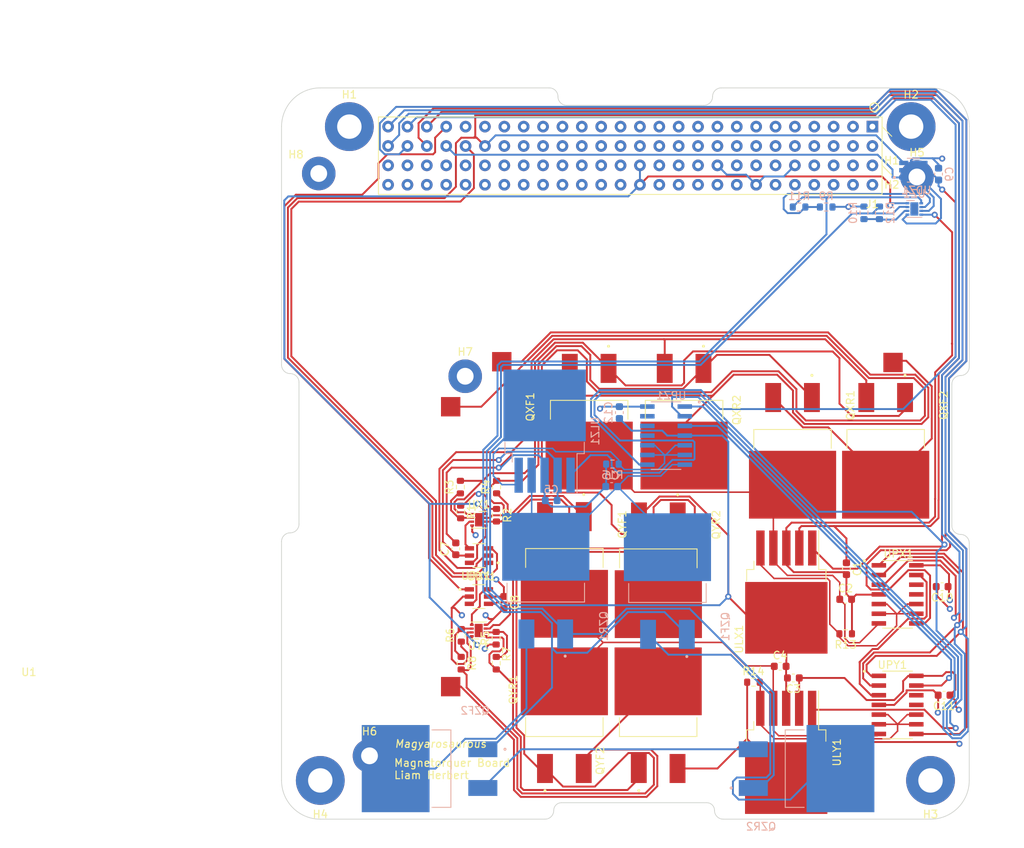
<source format=kicad_pcb>
(kicad_pcb (version 20211014) (generator pcbnew)
  (layers (0 "F.Cu" signal) (1 "In1.Cu" signal) (2 "In2.Cu" signal) (31 "B.Cu" signal) (34 "B.Paste" user) (35 "F.Paste" user) (36 "B.SilkS" user "B.Silkscreen") (37 "F.SilkS" user "F.Silkscreen") (38 "B.Mask" user) (39 "F.Mask" user) (44 "Edge.Cuts" user))
  (net 0 "")
  (net 85 "5V")
  (net 86 "GND")
  (net 87 "X_R1+")
  (net 88 "Y_R1+")
  (net 89 "Z_R1+")
  (net 90 "X_COIL_A")
  (net 91 "X_FWD")
  (net 92 "X_COIL_B")
  (net 93 "X_REV")
  (net 94 "Y_COIL_A")
  (net 95 "Y_FWD")
  (net 96 "Y_COIL_B")
  (net 97 "Y_REV")
  (net 98 "Z_COIL_A")
  (net 99 "Z_FWD")
  (net 100 "Z_COIL_B")
  (net 101 "Z_REV")
  (net 102 "Net-(R1-Pad2)")
  (net 103 "Net-(R2-Pad2)")
  (net 104 "Net-(R5-Pad2)")
  (net 105 "Net-(R6-Pad2)")
  (net 106 "Net-(R11-Pad1)")
  (net 107 "Net-(R10-Pad2)")
  (net 108 "X_R1-")
  (net 109 "Y_R1-")
  (net 110 "Z_R1-")
  (net 111 "X_S")
  (net 112 "Enable")
  (net 113 "X_REV_L")
  (net 114 "X_FWD_L")
  (net 115 "Y_S")
  (net 116 "Y_REV_L")
  (net 117 "Y_FWD_L")
  (net 118 "Z_S")
  (net 119 "Z_REV_L")
  (net 120 "Z_FWD_L")
  (net 121 "SS")
  (net 122 "SCK")
  (net 123 "SPI")
  (net 124 "X_VCON")
  (net 127 "Net-(UPX1-Pad13)")
  (net 128 "Y_VCON")
  (net 131 "Net-(UPY1-Pad13)")
  (net 132 "Z_VCON")
  (net 136 "12V")
  (footprint "MCP42010-E_SL:SOIC127P600X175-14N" (layer "F.Cu") (at 189.992 113.4)
    (fp_text reference "UPX1")
    (fp_text value "MCP42010")
  )
  (footprint "MountingHole:MountingHole_3.2mm_M3_Pad_TopBottom" (layer "F.Cu") (at 191.77 52.07)
    (fp_text reference "H2")
    (fp_text value "MountingHole_Pad")
  )
  (footprint "Resistor_SMD:R_0603_1608Metric" (layer "F.Cu") (at 137.354582 119.150582 90)
    (fp_text reference "R5")
    (fp_text value "1k")
  )
  (footprint "Package_DFN_QFN:DFN-8-1EP_2x2mm_P0.5mm_EP1.05x1.75mm" (layer "F.Cu") (at 135.068582 118.134582 180)
    (fp_text reference "UY1")
    (fp_text value "LM358_DFN")
  )
  (footprint "MountingHole:MountingHole_2.2mm_M2_Pad_TopBottom" (layer "F.Cu") (at 114.0968 58.2168)
    (fp_text reference "H8")
    (fp_text value "MountingHole_Pad")
  )
  (footprint "IRF540NSTRLPBF:TRANS_IRF540NSTRLPBF" (layer "F.Cu") (at 188.43 94.575 -90)
    (fp_text reference "QXF2")
    (fp_text value "IRF540N")
  )
  (footprint "Resistor_SMD:R_0603_1608Metric" (layer "F.Cu") (at 132.782582 118.769582 90)
    (fp_text reference "R6")
    (fp_text value "1k")
  )
  (footprint "MountingHole:MountingHole_2.2mm_M2_Pad_TopBottom" (layer "F.Cu") (at 133.3 84.8)
    (fp_text reference "H7")
    (fp_text value "MountingHole_Pad")
  )
  (footprint "IRF540NSTRLPBF:TRANS_IRF540NSTRLPBF" (layer "F.Cu") (at 149.554 90.755 -90)
    (fp_text reference "QXF1")
    (fp_text value "IRF540N")
  )
  (footprint "MountingHole:MountingHole_3.2mm_M3_Pad_TopBottom" (layer "F.Cu") (at 118.11 52.07)
    (fp_text reference "H1")
    (fp_text value "MountingHole_Pad")
  )
  (footprint "IRF540NSTRLPBF:TRANS_IRF540NSTRLPBF" (layer "F.Cu") (at 146.3 129.245 90)
    (fp_text reference "QYR1")
    (fp_text value "IRF540N")
  )
  (footprint "MountingHole:MountingHole_2.2mm_M2_Pad_TopBottom" (layer "F.Cu") (at 192.532 58.674)
    (fp_text reference "H5")
    (fp_text value "MountingHole_Pad")
  )
  (footprint "Resistor_SMD:R_0603_1608Metric" (layer "F.Cu") (at 183.1848 118.5672 180)
    (fp_text reference "R13")
    (fp_text value "100k")
  )
  (footprint "Capacitor_SMD:C_0603_1608Metric" (layer "F.Cu") (at 196.088 126.619 180)
    (fp_text reference "C11")
    (fp_text value "0.1u")
  )
  (footprint "MountingHole:MountingHole_3.2mm_M3_Pad_TopBottom" (layer "F.Cu") (at 114.3 137.795)
    (fp_text reference "H4")
    (fp_text value "MountingHole_Pad")
  )
  (footprint "IRF540NSTRLPBF:TRANS_IRF540NSTRLPBF" (layer "F.Cu") (at 176.22 94.575 -90)
    (fp_text reference "QXR1")
    (fp_text value "IRF540N")
  )
  (footprint "MCP42010-E_SL:SOIC127P600X175-14N" (layer "F.Cu") (at 189.992 127.894)
    (fp_text reference "UPY1")
    (fp_text value "MCP42010")
  )
  (footprint "IRF540NSTRLPBF:TRANS_IRF540NSTRLPBF" (layer "F.Cu") (at 146.304 110.1905 -90)
    (fp_text reference "QYF1")
    (fp_text value "IRF540N")
  )
  (footprint "CoilFootprints:Front Coils Mount" (layer "F.Cu") (at 110.095 131.595)
    (fp_text reference "U1")
    (fp_text value "X/Y_Coils")
  )
  (footprint "Resistor_SMD:R_0603_1608Metric" (layer "F.Cu") (at 132.668582 99.334582 90)
    (fp_text reference "R3")
    (fp_text value "1.5k")
  )
  (footprint "Capacitor_SMD:C_0603_1608Metric" (layer "F.Cu") (at 176.3268 124.3584 180)
    (fp_text reference "C3")
    (fp_text value "0.1u")
  )
  (footprint "IRF540NSTRLPBF:TRANS_IRF540NSTRLPBF" (layer "F.Cu") (at 158.6 129.245 90)
    (fp_text reference "QYF2")
    (fp_text value "IRF540N")
  )
  (footprint "SN74LVC1G18DBVR:SOT95P280X145-6N" (layer "F.Cu") (at 135.114 108.315 180)
    (fp_text reference "UDX1")
    (fp_text value "SN74LVC1G18DBVR")
  )
  (footprint "Resistor_SMD:R_0603_1608Metric" (layer "F.Cu") (at 137.414 99.325 90)
    (fp_text reference "R4")
    (fp_text value "1.5k")
  )
  (footprint "Resistor_SMD:R_0603_1608Metric" (layer "F.Cu") (at 171.0944 124.9172)
    (fp_text reference "R14")
    (fp_text value "100k")
  )
  (footprint "Package_DFN_QFN:DFN-8-1EP_2x2mm_P0.5mm_EP1.05x1.75mm" (layer "F.Cu") (at 135.114 103.616)
    (fp_text reference "UX1")
    (fp_text value "LM358_DFN")
  )
  (footprint "pc104-connector:pc104-connector" (layer "F.Cu") (at 156.21 54.61 -90)
    (fp_text reference "J1")
    (fp_text value "PC104_Connector")
  )
  (footprint "Capacitor_SMD:C_0603_1608Metric" (layer "F.Cu") (at 132.066 107.426 90)
    (fp_text reference "C7")
    (fp_text value "0.1u")
  )
  (footprint "Capacitor_SMD:C_0603_1608Metric" (layer "F.Cu") (at 183.1848 114.046)
    (fp_text reference "C2")
    (fp_text value "10u")
  )
  (footprint "Resistor_SMD:R_0603_1608Metric" (layer "F.Cu") (at 137.4 103.018918 -90)
    (fp_text reference "R2")
    (fp_text value "1k")
  )
  (footprint "Resistor_SMD:R_0603_1608Metric" (layer "F.Cu") (at 137.373582 122.420582 -90)
    (fp_text reference "R7")
    (fp_text value "1.5k")
  )
  (footprint "Capacitor_SMD:C_0603_1608Metric" (layer "F.Cu") (at 183.2864 110.0328 -90)
    (fp_text reference "C1")
    (fp_text value "0.1u")
  )
  (footprint "IRF540NSTRLPBF:TRANS_IRF540NSTRLPBF" (layer "F.Cu") (at 162 90.755 -90)
    (fp_text reference "QXR2")
    (fp_text value "IRF540N")
  )
  (footprint "Capacitor_SMD:C_0603_1608Metric" (layer "F.Cu") (at 174.5996 122.8344)
    (fp_text reference "C4")
    (fp_text value "10u")
  )
  (footprint "Capacitor_SMD:C_0603_1608Metric" (layer "F.Cu") (at 195.834 112.384 180)
    (fp_text reference "C10")
    (fp_text value "0.1u")
  )
  (footprint "IRF540NSTRLPBF:TRANS_IRF540NSTRLPBF" (layer "F.Cu") (at 158.623 110.236 -90)
    (fp_text reference "QYR2")
    (fp_text value "IRF540N")
  )
  (footprint "MountingHole:MountingHole_3.2mm_M3_Pad_TopBottom" (layer "F.Cu") (at 194.31 137.795)
    (fp_text reference "H3")
    (fp_text value "MountingHole_Pad")
  )
  (footprint "Package_TO_SOT_SMD:TO-263-5_TabPin3" (layer "F.Cu") (at 175.406 113.096 -90)
    (fp_text reference "ULX1")
    (fp_text value "MIC29302WU")
  )
  (footprint "Package_TO_SOT_SMD:TO-263-5_TabPin3" (layer "F.Cu") (at 175.387 134.112 -90)
    (fp_text reference "ULY1")
    (fp_text value "MIC29302WU")
  )
  (footprint "Resistor_SMD:R_0603_1608Metric" (layer "F.Cu") (at 132.773582 122.420582 -90)
    (fp_text reference "R8")
    (fp_text value "1.5k")
  )
  (footprint "MountingHole:MountingHole_2.2mm_M2_Pad_TopBottom" (layer "F.Cu") (at 120.7516 134.5692)
    (fp_text reference "H6")
    (fp_text value "MountingHole_Pad")
  )
  (footprint "Resistor_SMD:R_0603_1608Metric" (layer "F.Cu") (at 132.701 102.6 -90)
    (fp_text reference "R1")
    (fp_text value "1k")
  )
  (footprint "Capacitor_SMD:C_0603_1608Metric" (layer "F.Cu") (at 138.370582 114.451582 -90)
    (fp_text reference "C8")
    (fp_text value "0.1u")
  )
  (footprint "SN74LVC1G18DBVR:SOT95P280X145-6N" (layer "F.Cu") (at 135.097082 113.689582)
    (fp_text reference "UDY1")
    (fp_text value "SN74LVC1G18DBVR")
  )
  (footprint "Capacitor_SMD:C_0603_1608Metric" (layer "B.Cu") (at 153.5176 89.5604 -90)
    (fp_text reference "C12")
    (fp_text value "0.1u")
  )
  (footprint "Package_DFN_QFN:DFN-8-1EP_2x2mm_P0.5mm_EP1.05x1.75mm" (layer "B.Cu") (at 192.1886 62.865 180)
    (fp_text reference "UZ1")
    (fp_text value "LM358_DFN")
  )
  (footprint "Resistor_SMD:R_0603_1608Metric" (layer "B.Cu") (at 180.6316 62.611 180)
    (fp_text reference "R9")
    (fp_text value "1k")
  )
  (footprint "Capacitor_SMD:C_0603_1608Metric" (layer "B.Cu") (at 144.5768 101.092 180)
    (fp_text reference "C5")
    (fp_text value "0.1u")
  )
  (footprint "Resistor_SMD:R_0603_1608Metric" (layer "B.Cu") (at 152.6032 96.3168)
    (fp_text reference "R15")
    (fp_text value "100k")
  )
  (footprint "MCP42010-E_SL:SOIC127P600X175-14N" (layer "B.Cu") (at 159.639 92.583 180)
    (fp_text reference "UPZ1")
    (fp_text value "MCP42010")
  )
  (footprint "Resistor_SMD:R_0603_1608Metric" (layer "B.Cu") (at 177.0756 62.611 180)
    (fp_text reference "R11")
    (fp_text value "1.5k")
  )
  (footprint "IRF540NSTRLPBF:TRANS_IRF540NSTRLPBF" (layer "B.Cu") (at 178.0593 136.2456)
    (fp_text reference "QZR2")
    (fp_text value "IRF540N")
  )
  (footprint "Package_TO_SOT_SMD:TO-263-5_TabPin3" (layer "B.Cu") (at 143.7132 91.9988 90)
    (fp_text reference "ULZ1")
    (fp_text value "MIC29302WU")
  )
  (footprint "Capacitor_SMD:C_0603_1608Metric" (layer "B.Cu") (at 195.3636 58.293 90)
    (fp_text reference "C9")
    (fp_text value "0.1u")
  )
  (footprint "IRF540NSTRLPBF:TRANS_IRF540NSTRLPBF" (layer "B.Cu") (at 143.8656 111.6076 90)
    (fp_text reference "QZR1")
    (fp_text value "IRF540N")
  )
  (footprint "IRF540NSTRLPBF:TRANS_IRF540NSTRLPBF" (layer "B.Cu") (at 128.6256 136.2456 180)
    (fp_text reference "QZF2")
    (fp_text value "IRF540N")
  )
  (footprint "SN74LVC1G18DBVR:SOT95P280X145-6N" (layer "B.Cu") (at 192.0616 57.785)
    (fp_text reference "UDZ1")
    (fp_text value "SN74LVC1G18DBVR")
  )
  (footprint "Capacitor_SMD:C_0603_1608Metric" (layer "B.Cu") (at 152.5016 99.2632 180)
    (fp_text reference "C6")
    (fp_text value "10u")
  )
  (footprint "Resistor_SMD:R_0603_1608Metric" (layer "B.Cu") (at 187.6166 63.373 90)
    (fp_text reference "R12")
    (fp_text value "1.5k")
  )
  (footprint "IRF540NSTRLPBF:TRANS_IRF540NSTRLPBF" (layer "B.Cu") (at 159.8168 111.6584 90)
    (fp_text reference "QZF1")
    (fp_text value "IRF540N")
  )
  (footprint "Resistor_SMD:R_0603_1608Metric" (layer "B.Cu") (at 185.5846 63.373 -90)
    (fp_text reference "R10")
    (fp_text value "1k")
  )
  (gr_circle (center 186.944 49.53) (end 187.452 49.276) (layer "F.SilkS") (width 0.15) (fill none))
  (gr_arc (start 109.22 52.07) (mid 110.707898 48.477898) (end 114.3 46.99) (layer "Edge.Cuts") (width 0.1))
  (gr_arc (start 144.318223 46.99) (mid 145.126446 47.324777) (end 145.461223 48.133) (layer "Edge.Cuts") (width 0.1))
  (gr_line (start 199.39 83.566) (end 199.39 52.07) (layer "Edge.Cuts") (width 0.1))
  (gr_arc (start 110.363 84.455) (mid 111.171223 84.789777) (end 111.506 85.598) (layer "Edge.Cuts") (width 0.1))
  (gr_arc (start 109.22 106.472223) (mid 109.554777 105.664) (end 110.363 105.329223) (layer "Edge.Cuts") (width 0.1))
  (gr_line (start 146.604223 49.276) (end 164.592 49.276) (layer "Edge.Cuts") (width 0.1))
  (gr_arc (start 199.39 137.795) (mid 197.902102 141.387102) (end 194.31 142.875) (layer "Edge.Cuts") (width 0.1))
  (gr_arc (start 199.39 83.566) (mid 199.055223 84.374223) (end 198.247 84.709) (layer "Edge.Cuts") (width 0.1))
  (gr_line (start 114.3 46.99) (end 144.318223 46.99) (layer "Edge.Cuts") (width 0.1))
  (gr_line (start 109.22 106.472223) (end 109.22 137.795) (layer "Edge.Cuts") (width 0.1))
  (gr_arc (start 165.735 48.133) (mid 165.400223 48.941223) (end 164.592 49.276) (layer "Edge.Cuts") (width 0.1))
  (gr_arc (start 197.104 85.852) (mid 197.438777 85.043777) (end 198.247 84.709) (layer "Edge.Cuts") (width 0.1))
  (gr_arc (start 165.735 48.133) (mid 166.069777 47.324777) (end 166.878 46.99) (layer "Edge.Cuts") (width 0.1))
  (gr_line (start 166.878 46.99) (end 194.31 46.99) (layer "Edge.Cuts") (width 0.1))
  (gr_arc (start 167.132 142.875) (mid 166.323777 142.540223) (end 165.989 141.732) (layer "Edge.Cuts") (width 0.1))
  (gr_arc (start 198.248223 105.534777) (mid 197.439849 105.201365) (end 197.104 104.394) (layer "Edge.Cuts") (width 0.1))
  (gr_line (start 167.132 142.875) (end 194.31 142.875) (layer "Edge.Cuts") (width 0.1))
  (gr_line (start 197.104 104.394) (end 197.104 85.852) (layer "Edge.Cuts") (width 0.1))
  (gr_line (start 199.39 137.795) (end 199.39 106.68) (layer "Edge.Cuts") (width 0.1))
  (gr_line (start 114.3 142.875) (end 143.764 142.875) (layer "Edge.Cuts") (width 0.1))
  (gr_line (start 145.923 140.716) (end 164.973 140.716) (layer "Edge.Cuts") (width 0.1))
  (gr_arc (start 144.907 141.732) (mid 145.20458 141.01358) (end 145.923 140.716) (layer "Edge.Cuts") (width 0.1))
  (gr_arc (start 164.973 140.716) (mid 165.69142 141.01358) (end 165.989 141.732) (layer "Edge.Cuts") (width 0.1))
  (gr_arc (start 144.907 141.732) (mid 144.572223 142.540223) (end 143.764 142.875) (layer "Edge.Cuts") (width 0.1))
  (gr_arc (start 198.247 105.537) (mid 199.055223 105.871777) (end 199.39 106.68) (layer "Edge.Cuts") (width 0.1))
  (gr_arc (start 146.604223 49.276) (mid 145.796 48.941223) (end 145.461223 48.133) (layer "Edge.Cuts") (width 0.1))
  (gr_line (start 111.506 85.598) (end 111.506 104.186223) (layer "Edge.Cuts") (width 0.1))
  (gr_arc (start 111.506 104.186223) (mid 111.171223 104.994446) (end 110.363 105.329223) (layer "Edge.Cuts") (width 0.1))
  (gr_line (start 109.22 52.07) (end 109.22 83.312) (layer "Edge.Cuts") (width 0.1))
  (gr_arc (start 114.3 142.875) (mid 110.707898 141.387102) (end 109.22 137.795) (layer "Edge.Cuts") (width 0.1))
  (gr_arc (start 194.31 46.99) (mid 197.902102 48.477898) (end 199.39 52.07) (layer "Edge.Cuts") (width 0.1))
  (gr_arc (start 110.363 84.455) (mid 109.554777 84.120223) (end 109.22 83.312) (layer "Edge.Cuts") (width 0.1))
  (gr_text "Magyarosaurous\n" (at 124 133) (layer "F.SilkS") (effects (font (size 1 1) (thickness 0.15) italic) (justify left)))
  (gr_text "Magnetorquer Board\nLiam Herbert\n" (at 123.9 136.3) (layer "F.SilkS") (effects (font (size 1 1)) (justify left)))
  (segment (start 130.368582 106.503582) (end 130.368582 97.131418) (width 0.25) (layer "F.Cu") (net 85))
  (segment (start 189.558804 127.254) (end 185.928 127.254) (width 0.25) (layer "F.Cu") (net 85))
  (segment (start 177.1018 124.3584) (end 177.087 124.3732) (width 0.25) (layer "F.Cu") (net 85))
  (segment (start 195.373 84.463906) (end 195.373 101.053598) (width 0.25) (layer "F.Cu") (net 85))
  (segment (start 196.352 123.5964) (end 197.2056 123.5964) (width 0.25) (layer "F.Cu") (net 85))
  (segment (start 138.370582 113.676582) (end 138.370582 112.436582) (width 0.25) (layer "F.Cu") (net 85))
  (segment (start 197.5612 123.952) (end 197.5612 125.9208) (width 0.25) (layer "F.Cu") (net 85))
  (segment (start 195.58 109.59) (end 196.736 110.746) (width 0.25) (layer "F.Cu") (net 85))
  (segment (start 132.066 108.201) (end 130.368582 106.503582) (width 0.25) (layer "F.Cu") (net 85))
  (segment (start 197.5612 125.9208) (end 196.863 126.619) (width 0.25) (layer "F.Cu") (net 85))
  (segment (start 177.3936 104.4448) (end 177.106 104.7324) (width 0.25) (layer "F.Cu") (net 85))
  (segment (start 177.106 104.7324) (end 177.106 107.321) (width 0.25) (layer "F.Cu") (net 85))
  (segment (start 177.087 128.337) (end 177.087 130.087) (width 0.25) (layer "F.Cu") (net 85))
  (segment (start 197.6177 127.3737) (end 196.863 126.619) (width 0.25) (layer "F.Cu") (net 85))
  (segment (start 195.8644 124.084) (end 196.352 123.5964) (width 0.25) (layer "F.Cu") (net 85))
  (segment (start 138.357582 113.689582) (end 138.370582 113.676582) (width 0.25) (layer "F.Cu") (net 85))
  (segment (start 194.301596 104.4448) (end 181.6608 104.4448) (width 0.25) (layer "F.Cu") (net 85))
  (segment (start 195.365605 103.380791) (end 194.301596 104.4448) (width 0.25) (layer "F.Cu") (net 85))
  (segment (start 195.373 101.053598) (end 195.365605 101.060993) (width 0.25) (layer "F.Cu") (net 85))
  (segment (start 196.736 114.048) (end 196.85 114.162) (width 0.25) (layer "F.Cu") (net 85))
  (segment (start 196.736 110.746) (end 196.736 114.048) (width 0.25) (layer "F.Cu") (net 85))
  (segment (start 192.447 124.084) (end 191.395588 124.084) (width 0.25) (layer "F.Cu") (net 85))
  (segment (start 183.2864 109.2578) (end 183.2864 106.7036) (width 0.25) (layer "F.Cu") (net 85))
  (segment (start 190.722 124.757588) (end 190.722 126.090804) (width 0.25) (layer "F.Cu") (net 85))
  (segment (start 197.2056 123.5964) (end 197.5612 123.952) (width 0.25) (layer "F.Cu") (net 85))
  (segment (start 191.395588 124.084) (end 190.722 124.757588) (width 0.25) (layer "F.Cu") (net 85))
  (segment (start 195.898502 60.325) (end 197.600302 62.0268) (width 0.25) (layer "F.Cu") (net 85))
  (segment (start 177.087 124.3732) (end 177.087 128.337) (width 0.25) (layer "F.Cu") (net 85))
  (segment (start 130.368582 97.131418) (end 131.7166 95.7834) (width 0.25) (layer "F.Cu") (net 85))
  (segment (start 183.2864 106.7036) (end 183.2864 106.0704) (width 0.25) (layer "F.Cu") (net 85))
  (segment (start 185.928 127.254) (end 183.0324 124.3584) (width 0.25) (layer "F.Cu") (net 85))
  (segment (start 197.600302 82.236604) (end 195.373 84.463906) (width 0.25) (layer "F.Cu") (net 85))
  (segment (start 136.352082 113.689582) (end 138.357582 113.689582) (width 0.25) (layer "F.Cu") (net 85))
  (segment (start 197.600302 62.0268) (end 197.600302 82.236604) (width 0.25) (layer "F.Cu") (net 85))
  (segment (start 198.027505 128.527501) (end 197.6177 128.117696) (width 0.25) (layer "F.Cu") (net 85))
  (segment (start 197.6177 128.117696) (end 197.6177 127.3737) (width 0.25) (layer "F.Cu") (net 85))
  (segment (start 190.722 126.090804) (end 189.558804 127.254) (width 0.25) (layer "F.Cu") (net 85))
  (segment (start 132.18 108.315) (end 132.066 108.201) (width 0.25) (layer "F.Cu") (net 85))
  (segment (start 183.0324 124.3584) (end 177.1018 124.3584) (width 0.25) (layer "F.Cu") (net 85))
  (segment (start 181.6608 104.4448) (end 177.3936 104.4448) (width 0.25) (layer "F.Cu") (net 85))
  (segment (start 183.2864 106.0704) (end 181.6608 104.4448) (width 0.25) (layer "F.Cu") (net 85))
  (segment (start 195.839402 60.325) (end 195.898502 60.325) (width 0.25) (layer "F.Cu") (net 85))
  (segment (start 133.859 108.315) (end 132.18 108.315) (width 0.25) (layer "F.Cu") (net 85))
  (segment (start 192.447 124.084) (end 195.8644 124.084) (width 0.25) (layer "F.Cu") (net 85))
  (segment (start 138.370582 112.436582) (end 137.368582 111.434582) (width 0.25) (layer "F.Cu") (net 85))
  (segment (start 131.7166 95.7834) (end 137.6934 95.7834) (width 0.25) (layer "F.Cu") (net 85))
  (segment (start 195.365605 101.060993) (end 195.365605 103.380791) (width 0.25) (layer "F.Cu") (net 85))
  (segment (start 192.447 109.59) (end 195.58 109.59) (width 0.25) (layer "F.Cu") (net 85))
  (via (at 137.6934 95.7834) (size 0.8) (drill 0.4) (layers "F.Cu" "B.Cu") (net 85))
  (via (at 195.839402 60.325) (size 0.8) (drill 0.4) (layers "F.Cu" "B.Cu") (net 85))
  (via (at 137.368582 111.434582) (size 0.8) (drill 0.4) (layers "F.Cu" "B.Cu") (net 85))
  (via (at 150.9776 89.0524) (size 0.8) (drill 0.4) (layers "F.Cu" "B.Cu") (net 85))
  (via (at 195.839402 56.261) (size 0.8) (drill 0.4) (layers "F.Cu" "B.Cu") (net 85))
  (via (at 198.027505 128.527501) (size 0.8) (drill 0.4) (layers "F.Cu" "B.Cu") (net 85))
  (via (at 196.85 114.162) (size 0.8) (drill 0.4) (layers "F.Cu" "B.Cu") (net 85))
  (segment (start 194.0806 57.785) (end 195.3636 59.068) (width 0.25) (layer "B.Cu") (net 85))
  (segment (start 192.8236 59.436) (end 192.1886 59.436) (width 0.25) (layer "B.Cu") (net 85))
  (segment (start 137.6934 95.7834) (end 138.7856 94.6912) (width 0.25) (layer "B.Cu") (net 85))
  (segment (start 191.7366 57.235836) (end 191.7366 56.515) (width 0.25) (layer "B.Cu") (net 85))
  (segment (start 175.583 60.891) (end 175.0568 61.4172) (width 0.25) (layer "B.Cu") (net 85))
  (segment (start 194.2206 61.469396) (end 193.642204 60.891) (width 0.25) (layer "B.Cu") (net 85))
  (segment (start 190.6646 64.262) (end 190.6646 64.239) (width 0.25) (layer "B.Cu") (net 85))
  (segment (start 191.7366 56.515) (end 192.0316 56.22) (width 0.25) (layer "B.Cu") (net 85))
  (segment (start 193.3166 59.178) (end 195.6816 61.543) (width 0.25) (layer "B.Cu") (net 85))
  (segment (start 195.6816 64.071) (end 194.9826 64.77) (width 0.25) (layer "B.Cu") (net 85))
  (segment (start 130.81 54.61) (end 131.953 55.753) (width 0.25) (layer "B.Cu") (net 85))
  (segment (start 153.5176 88.7854) (end 151.2446 88.7854) (width 0.25) (layer "B.Cu") (net 85))
  (segment (start 190.8066 57.785) (end 191.187436 57.785) (width 0.25) (layer "B.Cu") (net 85))
  (segment (start 145.4132 96.0238) (end 145.4132 97.7738) (width 0.25) (layer "B.Cu") (net 85))
  (segment (start 179.8066 62.611) (end 177.9006 62.611) (width 0.25) (layer "B.Cu") (net 85))
  (segment (start 193.3166 58.735) (end 193.3166 59.178) (width 0.25) (layer "B.Cu") (net 85))
  (segment (start 194.2206 61.983) (end 194.2206 61.469396) (width 0.25) (layer "B.Cu") (net 85))
  (segment (start 192.0316 56.22) (end 194.5606 56.22) (width 0.25) (layer "B.Cu") (net 85))
  (segment (start 179.8066 62.407142) (end 179.8066 62.611) (width 0.25) (layer "B.Cu") (net 85))
  (segment (start 153.5176 88.7854) (end 157.1716 88.7854) (width 0.25) (layer "B.Cu") (net 85))
  (segment (start 192.1886 57.404) (end 192.7576 56.835) (width 0.25) (layer "B.Cu") (net 85))
  (segment (start 190.6646 64.239) (end 191.2886 63.615) (width 0.25) (layer "B.Cu") (net 85))
  (segment (start 131.953 55.753) (end 187.3758 55.753) (width 0.25) (layer "B.Cu") (net 85))
  (segment (start 177.1006 63.411) (end 177.9006 62.611) (width 0.25) (layer "B.Cu") (net 85))
  (segment (start 145.4132 97.7738) (end 145.4132 101.0306) (width 0.25) (layer "B.Cu") (net 85))
  (segment (start 194.7286 61.341) (end 192.8236 59.436) (width 0.25) (layer "B.Cu") (net 85))
  (segment (start 194.7286 62.484) (end 194.7286 61.341) (width 0.25) (layer "B.Cu") (net 85))
  (segment (start 145.4132 101.0306) (end 145.3518 101.092) (width 0.25) (layer "B.Cu") (net 85))
  (segment (start 191.1726 64.77) (end 190.6646 64.262) (width 0.25) (layer "B.Cu") (net 85))
  (segment (start 144.0806 94.6912) (end 145.4132 96.0238) (width 0.25) (layer "B.Cu") (net 85))
  (segment (start 192.7576 56.835) (end 193.3166 56.835) (width 0.25) (layer "B.Cu") (net 85))
  (segment (start 193.0886 62.615) (end 193.5886 62.615) (width 0.25) (layer "B.Cu") (net 85))
  (segment (start 193.5886 62.615) (end 194.2206 61.983) (width 0.25) (layer "B.Cu") (net 85))
  (segment (start 192.1886 59.436) (end 192.1886 57.404) (width 0.25) (layer "B.Cu") (net 85))
  (segment (start 189.3418 58.735) (end 190.8066 58.735) (width 0.25) (layer "B.Cu") (net 85))
  (segment (start 193.3166 57.785) (end 194.0806 57.785) (width 0.25) (layer "B.Cu") (net 85))
  (segment (start 138.7856 94.6912) (end 144.0806 94.6912) (width 0.25) (layer "B.Cu") (net 85))
  (segment (start 195.798402 56.22) (end 195.839402 56.261) (width 0.25) (layer "B.Cu") (net 85))
  (segment (start 194.0976 63.115) (end 194.7286 62.484) (width 0.25) (layer "B.Cu") (net 85))
  (segment (start 175.5774 63.411) (end 177.1006 63.411) (width 0.25) (layer "B.Cu") (net 85))
  (segment (start 189.3316 57.7088) (end 189.3316 58.7248) (width 0.25) (layer "B.Cu") (net 85))
  (segment (start 157.1716 88.7854) (end 157.184 88.773) (width 0.25) (layer "B.Cu") (net 85))
  (segment (start 175.0568 62.8904) (end 175.5774 63.411) (width 0.25) (layer "B.Cu") (net 85))
  (segment (start 187.3758 55.753) (end 189.3316 57.7088) (width 0.25) (layer "B.Cu") (net 85))
  (segment (start 194.5606 56.22) (end 195.798402 56.22) (width 0.25) (layer "B.Cu") (net 85))
  (segment (start 193.642204 60.891) (end 175.583 60.891) (width 0.25) (layer "B.Cu") (net 85))
  (segment (start 193.0886 63.115) (end 194.0976 63.115) (width 0.25) (layer "B.Cu") (net 85))
  (segment (start 194.9826 64.77) (end 191.1726 64.77) (width 0.25) (layer "B.Cu") (net 85))
  (segment (start 195.6816 61.543) (end 195.6816 64.071) (width 0.25) (layer "B.Cu") (net 85))
  (segment (start 195.3636 57.518) (end 195.3636 57.023) (width 0.25) (layer "B.Cu") (net 85))
  (segment (start 151.2446 88.7854) (end 150.9776 89.0524) (width 0.25) (layer "B.Cu") (net 85))
  (segment (start 195.3636 59.068) (end 195.3636 59.849198) (width 0.25) (layer "B.Cu") (net 85))
  (segment (start 195.3636 59.849198) (end 195.839402 60.325) (width 0.25) (layer "B.Cu") (net 85))
  (segment (start 175.0568 61.4172) (end 175.0568 62.8904) (width 0.25) (layer "B.Cu") (net 85))
  (segment (start 191.187436 57.785) (end 191.7366 57.235836) (width 0.25) (layer "B.Cu") (net 85))
  (segment (start 189.3316 58.7248) (end 189.3418 58.735) (width 0.25) (layer "B.Cu") (net 85))
  (segment (start 195.3636 57.023) (end 194.5606 56.22) (width 0.25) (layer "B.Cu") (net 85))
  (segment (start 161.14 136.23) (end 166.37 136.23) (width 0.25) (layer "F.Cu") (net 86))
  (segment (start 195.313 128.8552) (end 195.2682 128.9) (width 0.25) (layer "F.Cu") (net 86))
  (segment (start 191.172 126.2772) (end 191.172 125.984) (width 0.25) (layer "F.Cu") (net 86))
  (segment (start 129.918582 107.584582) (end 129.918582 96.945022) (width 0.25) (layer "F.Cu") (net 86))
  (segment (start 162.714396 100.571) (end 167.7924 105.649004) (width 0.25) (layer "F.Cu") (net 86))
  (segment (start 187.537 113.4) (end 187.5006 113.4364) (width 0.25) (layer "F.Cu") (net 86))
  (segment (start 185.89 85.330004) (end 180.509996 79.95) (width 0.25) (layer "F.Cu") (net 86))
  (segment (start 186.3344 132.759) (end 181.6064 137.487) (width 0.25) (layer "F.Cu") (net 86))
  (segment (start 194.923 84.27751) (end 197.150302 82.050208) (width 0.25) (layer "F.Cu") (net 86))
  (segment (start 175.406 109.5184) (end 176.3776 110.49) (width 0.25) (layer "F.Cu") (net 86))
  (segment (start 180.509996 79.95) (end 159.35 79.95) (width 0.25) (layer "F.Cu") (net 86))
  (segment (start 131.532582 115.170582) (end 131.904582 115.170582) (width 0.25) (layer "F.Cu") (net 86))
  (segment (start 187.537 113.4) (end 187.473 113.464) (width 0.25) (layer "F.Cu") (net 86))
  (segment (start 132.268582 109.934582) (end 129.918582 107.584582) (width 0.25) (layer "F.Cu") (net 86))
  (segment (start 166.37 136.23) (end 170.2694 132.3306) (width 0.25) (layer "F.Cu") (net 86))
  (segment (start 131.904582 115.170582) (end 132.868582 116.134582) (width 0.25) (layer "F.Cu") (net 86))
  (segment (start 133.573582 121.039582) (end 133.573582 122.029582) (width 0.25) (layer "F.Cu") (net 86))
  (segment (start 195.186 113.641) (end 195.186 112.384) (width 0.25) (layer "F.Cu") (net 86))
  (segment (start 183.9598 114.046) (end 183.2864 113.3726) (width 0.25) (layer "F.Cu") (net 86))
  (segment (start 137.354582 119.975582) (end 136.427582 119.975582) (width 0.25) (layer "F.Cu") (net 86))
  (segment (start 194.923 100.867202) (end 194.923 84.27751) (width 0.25) (layer "F.Cu") (net 86))
  (segment (start 136.427582 119.975582) (end 135.868582 120.534582) (width 0.25) (layer "F.Cu") (net 86))
  (segment (start 184.5694 113.4364) (end 183.9598 114.046) (width 0.25) (layer "F.Cu") (net 86))
  (segment (start 133.013582 113.689582) (end 133.842082 113.689582) (width 0.25) (layer "F.Cu") (net 86))
  (segment (start 133.047582 119.594582) (end 132.782582 119.594582) (width 0.25) (layer "F.Cu") (net 86))
  (segment (start 135.888164 108.315) (end 134.789 109.414164) (width 0.25) (layer "F.Cu") (net 86))
  (segment (start 175.387 124.5232) (end 175.5518 124.3584) (width 0.25) (layer "F.Cu") (net 86))
  (segment (start 197.868652 132.759) (end 186.3344 132.759) (width 0.25) (layer "F.Cu") (net 86))
  (segment (start 129.918582 96.945022) (end 132.108004 94.7556) (width 0.25) (layer "F.Cu") (net 86))
  (segment (start 132.701 101.775) (end 132.96456 101.775) (width 0.25) (layer "F.Cu") (net 86))
  (segment (start 170.2694 124.9172) (end 170.2694 132.3306) (width 0.25) (layer "F.Cu") (net 86))
  (segment (start 131.532582 115.170582) (end 133.013582 113.689582) (width 0.25) (layer "F.Cu") (net 86))
  (segment (start 194.915605 103.194395) (end 194.915605 100.874597) (width 0.25) (layer "F.Cu") (net 86))
  (segment (start 198.1 132.990348) (end 197.868652 132.759) (width 0.25) (layer "F.Cu") (net 86))
  (segment (start 135.58678 100.15278) (end 136.068582 100.634582) (width 0.25) (layer "F.Cu") (net 86))
  (segment (start 131.532582 121.898582) (end 131.532582 115.170582) (width 0.25) (layer "F.Cu") (net 86))
  (segment (start 170.2694 132.3306) (end 170.2694 132.3694) (width 0.25) (layer "F.Cu") (net 86))
  (segment (start 175.406 123.1586) (end 175.406 116.471) (width 0.25) (layer "F.Cu") (net 86))
  (segment (start 197.150302 80.564302) (end 197.150302 65.921702) (width 0.25) (layer "F.Cu") (net 86))
  (segment (start 144.888008 79.95) (end 142 82.838008) (width 0.25) (layer "F.Cu") (net 86))
  (segment (start 159.46 80.06) (end 159.35 79.95) (width 0.25) (layer "F.Cu") (net 86))
  (segment (start 197.150302 82.050208) (end 197.150302 80.564302) (width 0.25) (layer "F.Cu") (net 86))
  (segment (start 175.406 107.321) (end 175.406 104.684) (width 0.25) (layer "F.Cu") (net 86))
  (segment (start 195.313 126.619) (end 194.678 125.984) (width 0.25) (layer "F.Cu") (net 86))
  (segment (start 135.58678 100.15278) (end 135.150384 100.15278) (width 0.25) (layer "F.Cu") (net 86))
  (segment (start 133.573582 122.029582) (end 133.082582 122.520582) (width 0.25) (layer "F.Cu") (net 86))
  (segment (start 137.6929 96.782902) (end 137.967402 96.5084) (width 0.25) (layer "F.Cu") (net 86))
  (segment (start 197.104 80.518) (end 197.150302 80.564302) (width 0.25) (layer "F.Cu") (net 86))
  (segment (start 189.5552 127.894) (end 187.537 127.894) (width 0.25) (layer "F.Cu") (net 86))
  (segment (start 135.150384 100.15278) (end 135.068582 100.234582) (width 0.25) (layer "F.Cu") (net 86))
  (segment (start 133.082582 122.520582) (end 132.154582 122.520582) (width 0.25) (layer "F.Cu") (net 86))
  (segment (start 132.066 106.651) (end 130.868582 105.453582) (width 0.25) (layer "F.Cu") (net 86))
  (segment (start 158.763 100.571) (end 162.714396 100.571) (width 0.25) (layer "F.Cu") (net 86))
  (segment (start 142 82.838008) (end 142 92.1) (width 0.25) (layer "F.Cu") (net 86))
  (segment (start 132.782582 119.594582) (end 132.782582 120.248582) (width 0.25) (layer "F.Cu") (net 86))
  (segment (start 167.7924 105.649004) (end 167.7924 113.6904) (width 0.25) (layer "F.Cu") (net 86))
  (segment (start 130.868582 97.431418) (end 131.517098 96.782902) (width 0.25) (layer "F.Cu") (net 86))
  (segment (start 175.3746 123.19) (end 175.3746 124.6892) (width 0.25) (layer "F.Cu") (net 86))
  (segment (start 138.367582 115.226582) (end 138.370582 115.226582) (width 0.25) (layer "F.Cu") (net 86))
  (segment (start 136.964082 116.630082) (end 136.464082 116.630082) (width 0.25) (layer "F.Cu") (net 86))
  (segment (start 175.387 126.537) (end 175.387 128.337) (width 0.25) (layer "F.Cu") (net 86))
  (segment (start 184.0098 118.5672) (end 184.0098 114.096) (width 0.25) (layer "F.Cu") (net 86))
  (segment (start 159.46 83.77) (end 159.46 80.06) (width 0.25) (layer "F.Cu") (net 86))
  (segment (start 134.58678 100.15278) (end 134.98678 100.15278) (width 0.25) (layer "F.Cu") (net 86))
  (segment (start 185.89 87.59) (end 185.89 85.330004) (width 0.25) (layer "F.Cu") (net 86))
  (segment (start 182.9686 110.49) (end 183.2864 110.8078) (width 0.25) (layer "F.Cu") (net 86))
  (segment (start 136.209582 117.384582) (end 136.964082 116.630082) (width 0.25) (layer "F.Cu") (net 86))
  (segment (start 175.3746 123.19) (end 175.406 123.1586) (width 0.25) (layer "F.Cu") (net 86))
  (segment (start 134.789 109.665836) (end 134.520254 109.934582) (width 0.25) (layer "F.Cu") (net 86))
  (segment (start 136.068582 100.634582) (end 136.068582 101.634582) (width 0.25) (layer "F.Cu") (net 86))
  (segment (start 170.2694 132.3694) (end 175.387 137.487) (width 0.25) (layer "F.Cu") (net 86))
  (segment (start 134.520254 109.934582) (end 132.268582 109.934582) (width 0.25) (layer "F.Cu") (net 86))
  (segment (start 134.214 105.18) (end 134.668582 105.634582) (width 0.25) (layer "F.Cu") (net 86))
  (segment (start 176.0952 103.9948) (end 194.1152 103.9948) (width 0.25) (layer "F.Cu") (net 86))
  (segment (start 170.573 116.471) (end 167.7924 113.6904) (width 0.25) (layer "F.Cu") (net 86))
  (segment (start 195.313 126.619) (end 195.313 128.8552) (width 0.25) (layer "F.Cu") (net 86))
  (segment (start 175.406 104.684) (end 176.0952 103.9948) (width 0.25) (layer "F.Cu") (net 86))
  (segment (start 137.4 102.193918) (end 137.4 102.1875) (width 0.25) (layer "F.Cu") (net 86))
  (segment (start 136.464082 116.630082) (end 135.968582 116.134582) (width 0.25) (layer "F.Cu") (net 86))
  (segment (start 134.98678 100.15278) (end 135.068582 100.234582) (width 0.25) (layer "F.Cu") (net 86))
  (segment (start 191.172 126.2772) (end 189.5552 127.894) (width 0.25) (layer "F.Cu") (net 86))
  (segment (start 134.214 104.875) (end 134.214 105.18) (width 0.25) (layer "F.Cu") (net 86))
  (segment (start 135.968582 117.384582) (end 136.209582 117.384582) (width 0.25) (layer "F.Cu") (net 86))
  (segment (start 132.96456 101.775) (end 134.58678 100.15278) (width 0.25) (layer "F.Cu") (net 86))
  (segment (start 191.172 125.984) (end 194.678 125.984) (width 0.25) (layer "F.Cu") (net 86))
  (segment (start 134.789 109.414164) (end 134.789 109.665836) (width 0.25) (layer "F.Cu") (net 86))
  (segment (start 132.790082 101.685918) (end 132.701 101.775) (width 0.25) (layer "F.Cu") (net 86))
  (segment (start 156.083 103.251) (end 158.763 100.571) (width 0.25) (layer "F.Cu") (net 86))
  (segment (start 194.915605 100.874597) (end 194.923 100.867202) (width 0.25) (layer "F.Cu") (net 86))
  (segment (start 132.782582 120.248582) (end 133.573582 121.039582) (width 0.25) (layer "F.Cu") (net 86))
  (segment (start 136.369 108.315) (end 135.888164 108.315) (width 0.25) (layer "F.Cu") (net 86))
  (segment (start 131.517098 96.782902) (end 137.6929 96.782902) (width 0.25) (layer "F.Cu") (net 86))
  (segment (start 159.35 79.95) (end 144.888008 79.95) (width 0.25) (layer "F.Cu") (net 86))
  (segment (start 142 92.1) (end 139.3444 94.7556) (width 0.25) (layer "F.Cu") (net 86))
  (segment (start 139.3444 95.157705) (end 139.3444 94.7556) (width 0.25) (layer "F.Cu") (net 86))
  (segment (start 136.068582 101.634582) (end 136.627918 102.193918) (width 0.25) (layer "F.Cu") (net 86))
  (segment (start 137.967402 96.5084) (end 137.993705 96.5084) (width 0.25) (layer "F.Cu") (net 86))
  (segment (start 184.0098 114.096) (end 183.9598 114.046) (width 0.25) (layer "F.Cu") (net 86))
  (segment (start 132.154582 122.520582) (end 131.532582 121.898582) (width 0.25) (layer "F.Cu") (net 86))
  (segment (start 183.2864 113.3726) (end 183.2864 110.8078) (width 0.25) (layer "F.Cu") (net 86))
  (segment (start 181.6064 137.487) (end 175.387 137.487) (width 0.25) (layer "F.Cu") (net 86))
  (segment (start 176.3776 110.49) (end 182.9686 110.49) (width 0.25) (layer "F.Cu") (net 86))
  (segment (start 194.1152 103.9948) (end 194.915605 103.194395) (width 0.25) (layer "F.Cu") (net 86))
  (segment (start 130.868582 105.453582) (end 130.868582 97.431418) (width 0.25) (layer "F.Cu") (net 86))
  (segment (start 134.214 104.366) (end 134.214 104.875) (width 0.25) (layer "F.Cu") (net 86))
  (segment (start 137.993705 96.5084) (end 139.3444 95.157705) (width 0.25) (layer "F.Cu") (net 86))
  (segment (start 196.85 115.305) (end 195.186 113.641) (width 0.25) (layer "F.Cu") (net 86))
  (segment (start 175.406 107.321) (end 175.406 109.5184) (width 0.25) (layer "F.Cu") (net 86))
  (segment (start 136.627918 102.193918) (end 137.4 102.193918) (width 0.25) (layer "F.Cu") (net 86))
  (segment (start 136.964082 116.630082) (end 138.367582 115.226582) (width 0.25) (layer "F.Cu") (net 86))
  (segment (start 175.387 128.337) (end 175.387 124.5232) (width 0.25) (layer "F.Cu") (net 86))
  (segment (start 197.150302 65.921702) (end 194.8556 63.627) (width 0.25) (layer "F.Cu") (net 86))
  (segment (start 187.5006 113.4364) (end 184.5694 113.4364) (width 0.25) (layer "F.Cu") (net 86))
  (segment (start 132.108004 94.7556) (end 139.3444 94.7556) (width 0.25) (layer "F.Cu") (net 86))
  (segment (start 175.406 116.471) (end 170.573 116.471) (width 0.25) (layer "F.Cu") (net 86))
  (via (at 183.5404 62.5856) (size 0.8) (drill 0.4) (layers "F.Cu" "B.Cu") (net 86))
  (via (at 135.068582 100.234582) (size 0.8) (drill 0.4) (layers "F.Cu" "B.Cu") (net 86))
  (via (at 135.868582 120.534582) (size 0.8) (drill 0.4) (layers "F.Cu" "B.Cu") (net 86))
  (via (at 167.7924 113.6904) (size 0.8) (drill 0.4) (layers "F.Cu" "B.Cu") (net 86))
  (via (at 137.6929 96.782902) (size 0.8) (drill 0.4) (layers "F.Cu" "B.Cu") (net 86))
  (via (at 195.2682 128.9) (size 0.8) (drill 0.4) (layers "F.Cu" "B.Cu") (net 86))
  (via (at 132.868582 116.134582) (size 0.8) (drill 0.4) (layers "F.Cu" "B.Cu") (net 86))
  (via (at 198.1 132.990348) (size 0.8) (drill 0.4) (layers "F.Cu" "B.Cu") (net 86))
  (via (at 194.8556 63.627) (size 0.8) (drill 0.4) (layers "F.Cu" "B.Cu") (net 86))
  (via (at 134.668582 105.634582) (size 0.8) (drill 0.4) (layers "F.Cu" "B.Cu") (net 86))
  (via (at 196.85 115.305) (size 0.8) (drill 0.4) (layers "F.Cu" "B.Cu") (net 86))
  (via (at 135.968582 116.134582) (size 0.8) (drill 0.4) (layers "F.Cu" "B.Cu") (net 86))
  (segment (start 162.094 92.583) (end 166.99802 92.583) (width 0.25) (layer "B.Cu") (net 86))
  (segment (start 136.5684 94.8256) (end 136.5684 112.665604) (width 0.25) (layer "B.Cu") (net 86))
  (segment (start 159.7914 92.583) (end 159.1464 91.938) (width 0.25) (layer "B.Cu") (net 86))
  (segment (start 193.0886 63.615) (end 194.8436 63.615) (width 0.25) (layer "B.Cu") (net 86))
  (segment (start 149.0978 101.892) (end 144.6018 101.892) (width 0.25) (layer "B.Cu") (net 86))
  (segment (start 143.7132 101.0034) (end 143.8018 101.092) (width 0.25) (layer "B.Cu") (net 86))
  (segment (start 167.5892 58.3692) (end 166.37 57.15) (width 0.25) (layer "B.Cu") (net 86))
  (segment (start 139.5977 95.1488) (end 142.8882 95.1488) (width 0.25) (layer "B.Cu") (net 86))
  (segment (start 181.482 62.5856) (end 181.4566 62.611) (width 0.25) (layer "B.Cu") (net 86))
  (segment (start 194.8436 63.615) (end 194.8556 63.627) (width 0.25) (layer "B.Cu") (net 86))
  (segment (start 143.7132 88.6238) (end 142.7702 88.6238) (width 0.25) (layer "B.Cu") (net 86))
  (segment (start 171.0743 133.7056) (end 140.6906 133.7056) (width 0.25) (layer "B.Cu") (net 86))
  (segment (start 185.5846 62.548) (end 183.578 62.548) (width 0.25) (layer "B.Cu") (net 86))
  (segment (start 175.077 58.603) (end 172.537 58.603) (width 0.25) (layer "B.Cu") (net 86))
  (segment (start 166.99802 92.583) (end 167.7924 93.37738) (width 0.25) (layer "B.Cu") (net 86))
  (segment (start 142.7702 88.6238) (end 136.5684 94.8256) (width 0.25) (layer "B.Cu") (net 86))
  (segment (start 140.6906 133.7056) (end 135.6106 138.7856) (width 0.25) (layer "B.Cu") (net 86))
  (segment (start 151.7266 99.2632) (end 149.0978 101.892) (width 0.25) (layer "B.Cu") (net 86))
  (segment (start 159.7914 92.583) (end 162.094 92.583) (width 0.25) (layer "B.Cu") (net 86))
  (segment (start 138.725196 114.8224) (end 166.6604 114.8224) (width 0.25) (layer "B.Cu") (net 86))
  (segment (start 155.1202 91.938) (end 153.5176 90.3354) (width 0.25) (layer "B.Cu") (net 86))
  (segment (start 151.7782 96.3168) (end 151.7782 99.2116) (width 0.25) (layer "B.Cu") (net 86))
  (segment (start 144.6018 101.892) (end 143.8018 101.092) (width 0.25) (layer "B.Cu") (net 86))
  (segment (start 166.6604 114.8224) (end 167.7924 113.6904) (width 0.25) (layer "B.Cu") (net 86))
  (segment (start 183.578 62.548) (end 183.5404 62.5856) (width 0.25) (layer "B.Cu") (net 86))
  (segment (start 137.963598 96.782902) (end 139.5977 95.1488) (width 0.25) (layer "B.Cu") (net 86))
  (segment (start 175.077 58.603) (end 176.53 57.15) (width 0.25) (layer "B.Cu") (net 86))
  (segment (start 143.7132 95.9738) (end 143.7132 97.7738) (width 0.25) (layer "B.Cu") (net 86))
  (segment (start 142.8882 95.1488) (end 143.7132 95.9738) (width 0.25) (layer "B.Cu") (net 86))
  (segment (start 183.5404 62.5856) (end 181.482 62.5856) (width 0.25) (layer "B.Cu") (net 86))
  (segment (start 170.1292 58.3692) (end 167.5892 58.3692) (width 0.25) (layer "B.Cu") (net 86))
  (segment (start 137.6929 96.782902) (end 137.963598 96.782902) (width 0.25) (layer "B.Cu") (net 86))
  (segment (start 159.1464 91.938) (end 155.1202 91.938) (width 0.25) (layer "B.Cu") (net 86))
  (segment (start 143.7132 97.7738) (end 143.7132 101.0034) (width 0.25) (layer "B.Cu") (net 86))
  (segment (start 143.7132 95.7072) (end 143.7132 97.7738) (width 0.25) (layer "B.Cu") (net 86))
  (segment (start 167.7924 93.37738) (end 167.7924 113.6904) (width 0.25) (layer "B.Cu") (net 86))
  (segment (start 151.7782 99.2116) (end 151.7266 99.2632) (width 0.25) (layer "B.Cu") (net 86))
  (segment (start 181.5196 62.548) (end 181.4566 62.611) (width 0.25) (layer "B.Cu") (net 86))
  (segment (start 172.537 58.603) (end 171.45 59.69) (width 0.25) (layer "B.Cu") (net 86))
  (segment (start 136.5684 112.665604) (end 138.725196 114.8224) (width 0.25) (layer "B.Cu") (net 86))
  (segment (start 171.45 59.69) (end 170.1292 58.3692) (width 0.25) (layer "B.Cu") (net 86))
  (segment (start 183.651086 119.7378) (end 183.0832 119.169914) (width 0.2) (layer "F.Cu") (net 87))
  (segment (start 155.5 100) (end 175.24 100) (width 0.2) (layer "F.Cu") (net 87))
  (segment (start 150.7 95.2) (end 155.5 100) (width 0.2) (layer "F.Cu") (net 87))
  (segment (start 182.4098 111.8486) (end 182.4098 114.046) (width 0.2) (layer "F.Cu") (net 87))
  (segment (start 181.4762 110.915) (end 182.4098 111.8486) (width 0.2) (layer "F.Cu") (net 87))
  (segment (start 175.55 110.915) (end 181.4762 110.915) (width 0.2) (layer "F.Cu") (net 87))
  (segment (start 187.537 117.21) (end 185.0092 119.7378) (width 0.2) (layer "F.Cu") (net 87))
  (segment (start 173.85 98.3925) (end 177.038 95.2045) (width 0.2) (layer "F.Cu") (net 87))
  (segment (start 173.706 107.321) (end 173.706 101.534) (width 0.2) (layer "F.Cu") (net 87))
  (segment (start 175.164 100.076) (end 176.22 99.02) (width 0.2) (layer "F.Cu") (net 87))
  (segment (start 177.038 95.2045) (end 175.768 95.2045) (width 0.2) (layer "F.Cu") (net 87))
  (segment (start 185.0092 119.7378) (end 183.651086 119.7378) (width 0.2) (layer "F.Cu") (net 87))
  (segment (start 149.554 95.2) (end 150.7 95.2) (width 0.2) (layer "F.Cu") (net 87))
  (segment (start 183.0832 114.7194) (end 182.4098 114.046) (width 0.2) (layer "F.Cu") (net 87))
  (segment (start 173.706 107.321) (end 173.706 109.071) (width 0.2) (layer "F.Cu") (net 87))
  (segment (start 173.706 109.071) (end 175.55 110.915) (width 0.2) (layer "F.Cu") (net 87))
  (segment (start 173.706 101.534) (end 176.22 99.02) (width 0.2) (layer "F.Cu") (net 87))
  (segment (start 175.24 100) (end 176.22 99.02) (width 0.2) (layer "F.Cu") (net 87))
  (segment (start 183.0832 119.169914) (end 183.0832 114.7194) (width 0.2) (layer "F.Cu") (net 87))
  (segment (start 173.4182 122.7836) (end 170.1292 122.7836) (width 0.2) (layer "F.Cu") (net 88))
  (segment (start 173.8246 123.19) (end 173.4182 122.7836) (width 0.2) (layer "F.Cu") (net 88))
  (segment (start 170.1292 122.7836) (end 167.0456 119.7) (width 0.2) (layer "F.Cu") (net 88))
  (segment (start 151.3685 119.7) (end 151.3685 119.7315) (width 0.2) (layer "F.Cu") (net 88))
  (segment (start 187.307 131.934) (end 174.4028 131.934) (width 0.2) (layer "F.Cu") (net 88))
  (segment (start 151.3685 119.7) (end 146.304 114.6355) (width 0.2) (layer "F.Cu") (net 88))
  (segment (start 151.3685 119.7315) (end 146.3 124.8) (width 0.2) (layer "F.Cu") (net 88))
  (segment (start 187.537 131.704) (end 187.307 131.934) (width 0.2) (layer "F.Cu") (net 88))
  (segment (start 167.0456 119.7) (end 151.3685 119.7) (width 0.2) (layer "F.Cu") (net 88))
  (segment (start 173.687 128.337) (end 173.687 123.3276) (width 0.2) (layer "F.Cu") (net 88))
  (segment (start 173.687 123.3276) (end 173.8246 123.19) (width 0.2) (layer "F.Cu") (net 88))
  (segment (start 173.687 131.2182) (end 173.687 128.337) (width 0.2) (layer "F.Cu") (net 88))
  (segment (start 174.4028 131.934) (end 173.687 131.2182) (width 0.2) (layer "F.Cu") (net 88))
  (segment (start 153.2766 99.2632) (end 145.3772 107.1626) (width 0.2) (layer "B.Cu") (net 89))
  (segment (start 158.958241 97.878) (end 154.6618 97.878) (width 0.2) (layer "B.Cu") (net 89))
  (segment (start 142.0132 105.3102) (end 143.8656 107.1626) (width 0.2) (layer "B.Cu") (net 89))
  (segment (start 162.094 96.393) (end 160.44324 96.393) (width 0.2) (layer "B.Cu") (net 89))
  (segment (start 154.6618 97.878) (end 153.2766 99.2632) (width 0.2) (layer "B.Cu") (net 89))
  (segment (start 160.44324 96.393) (end 158.958241 97.878) (width 0.2) (layer "B.Cu") (net 89))
  (segment (start 146.2786 107.1626) (end 143.8656 107.1626) (width 0.2) (layer "B.Cu") (net 89))
  (segment (start 159.766 107.1626) (end 159.8168 107.2134) (width 0.2) (layer "B.Cu") (net 89))
  (segment (start 159.8168 105.8034) (end 159.8168 107.2134) (width 0.2) (layer "B.Cu") (net 89))
  (segment (start 142.0132 97.7738) (end 142.0132 105.3102) (width 0.2) (layer "B.Cu") (net 89))
  (segment (start 153.2766 99.2632) (end 159.8168 105.8034) (width 0.2) (layer "B.Cu") (net 89))
  (segment (start 145.3772 107.1626) (end 143.8656 107.1626) (width 0.2) (layer "B.Cu") (net 89))
  (segment (start 186.422788 84.59) (end 192.309604 84.59) (width 0.25) (layer "F.Cu") (net 90))
  (segment (start 174.2 84.6) (end 168.5 84.6) (width 0.25) (layer "F.Cu") (net 90))
  (segment (start 192.309604 84.59) (end 194.023 86.303396) (width 0.25) (layer "F.Cu") (net 90))
  (segment (start 165.9 87.2) (end 165.75 87.35) (width 0.25) (layer "F.Cu") (net 90))
  (segment (start 168.5 84.6) (end 165.9 87.2) (width 0.25) (layer "F.Cu") (net 90))
  (segment (start 194.023 86.303396) (end 194.023 90.177) (width 0.25) (layer "F.Cu") (net 90))
  (segment (start 193.15 91.05) (end 177.776396 91.05) (width 0.25) (layer "F.Cu") (net 90))
  (segment (start 176.274802 86.674802) (end 174.2 84.6) (width 0.25) (layer "F.Cu") (net 90))
  (segment (start 165.9 87.2) (end 162 91.1) (width 0.25) (layer "F.Cu") (net 90))
  (segment (start 176.274802 89.548406) (end 176.274802 86.674802) (width 0.25) (layer "F.Cu") (net 90))
  (segment (start 144.515216 79.05) (end 180.882788 79.05) (width 0.25) (layer "F.Cu") (net 90))
  (segment (start 165.75 87.35) (end 148.6435 87.35) (width 0.25) (layer "F.Cu") (net 90))
  (segment (start 138.095 82.895) (end 140.670216 82.895) (width 0.25) (layer "F.Cu") (net 90))
  (segment (start 148.6435 87.35) (end 147.014 85.7205) (width 0.25) (layer "F.Cu") (net 90))
  (segment (start 177.776396 91.05) (end 176.274802 89.548406) (width 0.25) (layer "F.Cu") (net 90))
  (segment (start 140.670216 82.895) (end 144.515216 79.05) (width 0.25) (layer "F.Cu") (net 90))
  (segment (start 180.882788 79.05) (end 186.422788 84.59) (width 0.25) (layer "F.Cu") (net 90))
  (segment (start 162 91.1) (end 162 95.2) (width 0.25) (layer "F.Cu") (net 90))
  (segment (start 194.023 90.177) (end 193.15 91.05) (width 0.25) (layer "F.Cu") (net 90))
  (segment (start 142.45 83.024404) (end 145.074404 80.4) (width 0.25) (layer "F.Cu") (net 91))
  (segment (start 162 85.673604) (end 162 82.715) (width 0.25) (layer "F.Cu") (net 91))
  (segment (start 132.268582 100.934582) (end 133.168582 100.934582) (width 0.25) (layer "F.Cu") (net 91))
  (segment (start 148.724 80.4) (end 152.094 83.77) (width 0.25) (layer "F.Cu") (net 91))
  (segment (start 135.593582 98.509582) (end 135.593582 98.506418) (width 0.25) (layer "F.Cu") (net 91))
  (segment (start 131.901 102.192462) (end 131.901 101.302164) (width 0.25) (layer "F.Cu") (net 91))
  (segment (start 133.5 102.866) (end 133.268582 102.634582) (width 0.25) (layer "F.Cu") (net 91))
  (segment (start 161.673604 86) (end 162 85.673604) (width 0.25) (layer "F.Cu") (net 91))
  (segment (start 152.094 83.77) (end 154.324 86) (width 0.25) (layer "F.Cu") (net 91))
  (segment (start 162 82.715) (end 163.175 81.54) (width 0.25) (layer "F.Cu") (net 91))
  (segment (start 135.593582 98.506418) (end 136.6 97.5) (width 0.25) (layer "F.Cu") (net 91))
  (segment (start 182.372 82.4484) (end 182.372 88.392) (width 0.25) (layer "F.Cu") (net 91))
  (segment (start 134.214 102.866) (end 133.5 102.866) (width 0.25) (layer "F.Cu") (net 91))
  (segment (start 163.175 81.54) (end 166.113604 81.54) (width 0.25) (layer "F.Cu") (net 91))
  (segment (start 135.593582 98.509582) (end 132.668582 98.509582) (width 0.25) (layer "F.Cu") (net 91))
  (segment (start 182.372 88.392) (end 183.98 90) (width 0.25) (layer "F.Cu") (net 91))
  (segment (start 183.98 90) (end 190.162 90) (width 0.25) (layer "F.Cu") (net 91))
  (segment (start 141.092098 97.507902) (end 142.45 96.15) (width 0.25) (layer "F.Cu") (net 91))
  (segment (start 136.607902 97.507902) (end 141.092098 97.507902) (width 0.25) (layer "F.Cu") (net 91))
  (segment (start 166.113604 81.54) (end 166.123604 81.55) (width 0.25) (layer "F.Cu") (net 91))
  (segment (start 154.324 86) (end 161.673604 86) (width 0.25) (layer "F.Cu") (net 91))
  (segment (start 166.123604 81.55) (end 181.4736 81.55) (width 0.25) (layer "F.Cu") (net 91))
  (segment (start 132.34312 102.634582) (end 131.901 102.192462) (width 0.25) (layer "F.Cu") (net 91))
  (segment (start 136.6 97.5) (end 136.607902 97.507902) (width 0.25) (layer "F.Cu") (net 91))
  (segment (start 190.162 90) (end 190.97 89.192) (width 0.25) (layer "F.Cu") (net 91))
  (segment (start 131.901 101.302164) (end 132.268582 100.934582) (width 0.25) (layer "F.Cu") (net 91))
  (segment (start 142.45 96.15) (end 142.45 83.024404) (width 0.25) (layer "F.Cu") (net 91))
  (segment (start 145.074404 80.4) (end 148.724 80.4) (width 0.25) (layer "F.Cu") (net 91))
  (segment (start 190.97 89.192) (end 190.97 87.59) (width 0.25) (layer "F.Cu") (net 91))
  (segment (start 181.4736 81.55) (end 182.372 82.4484) (width 0.25) (layer "F.Cu") (net 91))
  (segment (start 133.268582 102.634582) (end 132.34312 102.634582) (width 0.25) (layer "F.Cu") (net 91))
  (segment (start 133.168582 100.934582) (end 135.593582 98.509582) (width 0.25) (layer "F.Cu") (net 91))
  (segment (start 194.473 86.117) (end 191.1286 82.7726) (width 0.25) (layer "F.Cu") (net 92))
  (segment (start 173.68 87.59) (end 177.59 91.5) (width 0.25) (layer "F.Cu") (net 92))
  (segment (start 189.6174 82.7726) (end 189.395 82.995) (width 0.25) (layer "F.Cu") (net 92))
  (segment (start 194.473 92.977) (end 194.473 86.117) (width 0.25) (layer "F.Cu") (net 92))
  (segment (start 180.91 91.5) (end 188.43 99.02) (width 0.25) (layer "F.Cu") (net 92))
  (segment (start 177.59 91.5) (end 180.91 91.5) (width 0.25) (layer "F.Cu") (net 92))
  (segment (start 188.43 99.02) (end 194.473 92.977) (width 0.25) (layer "F.Cu") (net 92))
  (segment (start 191.1286 82.7726) (end 189.6174 82.7726) (width 0.25) (layer "F.Cu") (net 92))
  (segment (start 178.76 87.574) (end 178.76 87.59) (width 0.25) (layer "F.Cu") (net 93))
  (segment (start 138.350384 102.916384) (end 138.350384 101.72278) (width 0.25) (layer "F.Cu") (net 93))
  (segment (start 145.2608 80.85) (end 148.537604 80.85) (width 0.25) (layer "F.Cu") (net 93))
  (segment (start 150.85 86.45) (end 161.86 86.45) (width 0.25) (layer "F.Cu") (net 93))
  (segment (start 173.186 82) (end 178.76 87.574) (width 0.25) (layer "F.Cu") (net 93))
  (segment (start 140.8 98.5) (end 142.9 96.4) (width 0.25) (layer "F.Cu") (net 93))
  (segment (start 148.537604 80.85) (end 149.7 82.012396) (width 0.25) (layer "F.Cu") (net 93))
  (segment (start 137.068582 101.434582) (end 136.568582 100.934582) (width 0.25) (layer "F.Cu") (net 93))
  (segment (start 136.014 103.366) (end 136.564 103.366) (width 0.25) (layer "F.Cu") (net 93))
  (segment (start 142.9 96.4) (end 142.9 83.2108) (width 0.25) (layer "F.Cu") (net 93))
  (segment (start 137.414 98.5) (end 140.8 98.5) (width 0.25) (layer "F.Cu") (net 93))
  (segment (start 161.86 86.45) (end 164.54 83.77) (width 0.25) (layer "F.Cu") (net 93))
  (segment (start 149.7 85.3) (end 150.85 86.45) (width 0.25) (layer "F.Cu") (net 93))
  (segment (start 166.31 82) (end 173.186 82) (width 0.25) (layer "F.Cu") (net 93))
  (segment (start 138.350384 101.72278) (end 138.062186 101.434582) (width 0.25) (layer "F.Cu") (net 93))
  (segment (start 164.54 83.77) (end 166.31 82) (width 0.25) (layer "F.Cu") (net 93))
  (segment (start 136.564 103.366) (end 136.564 103.339164) (width 0.25) (layer "F.Cu") (net 93))
  (segment (start 149.7 82.012396) (end 149.7 85.3) (width 0.25) (layer "F.Cu") (net 93))
  (segment (start 136.568582 100.934582) (end 136.568582 99.345418) (width 0.25) (layer "F.Cu") (net 93))
  (segment (start 136.568582 99.345418) (end 137.414 98.5) (width 0.25) (layer "F.Cu") (net 93))
  (segment (start 136.868582 103.034582) (end 138.232186 103.034582) (width 0.25) (layer "F.Cu") (net 93))
  (segment (start 142.9 83.2108) (end 145.2608 80.85) (width 0.25) (layer "F.Cu") (net 93))
  (segment (start 138.232186 103.034582) (end 138.350384 102.916384) (width 0.25) (layer "F.Cu") (net 93))
  (segment (start 136.564 103.339164) (end 136.868582 103.034582) (width 0.25) (layer "F.Cu") (net 93))
  (segment (start 138.062186 101.434582) (end 137.068582 101.434582) (width 0.25) (layer "F.Cu") (net 93))
  (segment (start 152.5 101.7) (end 150.85 100.05) (width 0.25) (layer "F.Cu") (net 94))
  (segment (start 147.574 107.823) (end 156.9974 107.823) (width 0.25) (layer "F.Cu") (net 94))
  (segment (start 186.236392 85.04) (end 180.696392 79.5) (width 0.25) (layer "F.Cu") (net 94))
  (segment (start 177.962792 90.6) (end 192.963604 90.6) (width 0.25) (layer "F.Cu") (net 94))
  (segment (start 158.949396 101.021) (end 158 101.970396) (width 0.25) (layer "F.Cu") (net 94))
  (segment (start 192.963604 90.6) (end 193.573 89.990604) (width 0.25) (layer "F.Cu") (net 94))
  (segment (start 176.724802 86.488406) (end 176.724802 89.36201) (width 0.25) (layer "F.Cu") (net 94))
  (segment (start 156.9974 107.823) (end 158.623 109.4486) (width 0.25) (layer "F.Cu") (net 94))
  (segment (start 163.4 101.893) (end 162.528 101.021) (width 0.25) (layer "F.Cu") (net 94))
  (segment (start 158.623 109.4486) (end 158.623 114.681) (width 0.25) (layer "F.Cu") (net 94))
  (segment (start 143.65 100.05) (end 143.35 99.75) (width 0.25) (layer "F.Cu") (net 94))
  (segment (start 148.05 81.4) (end 149.25 82.6) (width 0.25) (layer "F.Cu") (net 94))
  (segment (start 149.25 82.6) (end 149.25 85.486396) (width 0.25) (layer "F.Cu") (net 94))
  (segment (start 180.696392 79.5) (end 144.701612 79.5) (width 0.25) (layer "F.Cu") (net 94))
  (segment (start 135.406612 88.795) (end 131.395 88.795) (width 0.25) (layer "F.Cu") (net 94))
  (segment (start 143.764 103.2055) (end 143.764 104.013) (width 0.25) (layer "F.Cu") (net 94))
  (segment (start 153.8 105.5) (end 152.5 104.2) (width 0.25) (layer "F.Cu") (net 94))
  (segment (start 143.35 83.397196) (end 145.347196 81.4) (width 0.25) (layer "F.Cu") (net 94))
  (segment (start 157.3 105.5) (end 153.8 105.5) (width 0.25) (layer "F.Cu") (net 94))
  (segment (start 143.764 104.013) (end 147.574 107.823) (width 0.25) (layer "F.Cu") (net 94))
  (segment (start 174.386396 84.15) (end 176.724802 86.488406) (width 0.25) (layer "F.Cu") (net 94))
  (segment (start 144.701612 79.5) (end 135.406612 88.795) (width 0.25) (layer "F.Cu") (net 94))
  (segment (start 149.25 85.486396) (end 150.663604 86.9) (width 0.25) (layer "F.Cu") (net 94))
  (segment (start 176.724802 89.36201) (end 177.962792 90.6) (width 0.25) (layer "F.Cu") (net 94))
  (segment (start 156.9974 107.823) (end 160.477 107.823) (width 0.25) (layer "F.Cu") (net 94))
  (segment (start 193.573 86.489792) (end 192.123208 85.04) (width 0.25) (layer "F.Cu") (net 94))
  (segment (start 163.4 104.9) (end 163.4 101.893) (width 0.25) (layer "F.Cu") (net 94))
  (segment (start 165.563604 86.9) (end 168.313604 84.15) (width 0.25) (layer "F.Cu") (net 94))
  (segment (start 158 101.970396) (end 158 104.8) (width 0.25) (layer "F.Cu") (net 94))
  (segment (start 158 104.8) (end 157.3 105.5) (width 0.25) (layer "F.Cu") (net 94))
  (segment (start 145.347196 81.4) (end 148.05 81.4) (width 0.25) (layer "F.Cu") (net 94))
  (segment (start 160.477 107.823) (end 163.4 104.9) (width 0.25) (layer "F.Cu") (net 94))
  (segment (start 192.123208 85.04) (end 186.236392 85.04) (width 0.25) (layer "F.Cu") (net 94))
  (segment (start 152.5 104.2) (end 152.5 101.7) (width 0.25) (layer "F.Cu") (net 94))
  (segment (start 143.35 99.75) (end 143.35 83.397196) (width 0.25) (layer "F.Cu") (net 94))
  (segment (start 168.313604 84.15) (end 174.386396 84.15) (width 0.25) (layer "F.Cu") (net 94))
  (segment (start 150.663604 86.9) (end 165.563604 86.9) (width 0.25) (layer "F.Cu") (net 94))
  (segment (start 150.85 100.05) (end 143.65 100.05) (width 0.25) (layer "F.Cu") (net 94))
  (segment (start 193.573 89.990604) (end 193.573 86.489792) (width 0.25) (layer "F.Cu") (net 94))
  (segment (start 162.528 101.021) (end 158.949396 101.021) (width 0.25) (layer "F.Cu") (net 94))
  (segment (start 138.323582 120.370582) (end 137.823582 120.870582) (width 0.25) (layer "F.Cu") (net 95))
  (segment (start 139.572698 131.063698) (end 139.572698 125.227302) (width 0.25) (layer "F.Cu") (net 95))
  (segment (start 136.88112 120.870582) (end 136.473582 121.27812) (width 0.25) (layer "F.Cu") (net 95))
  (segment (start 138.103582 119.050582) (end 138.323582 119.270582) (width 0.25) (layer "F.Cu") (net 95))
  (segment (start 137.590978 123.245582) (end 139.572698 125.227302) (width 0.25) (layer "F.Cu") (net 95))
  (segment (start 135.968582 118.884582) (end 136.134582 119.050582) (width 0.25) (layer "F.Cu") (net 95))
  (segment (start 140.589 138.684) (end 140.589 132.08) (width 0.25) (layer "F.Cu") (net 95))
  (segment (start 137.373582 123.245582) (end 137.590978 123.245582) (width 0.25) (layer "F.Cu") (net 95))
  (segment (start 156.21 137.414) (end 154.574 139.05) (width 0.25) (layer "F.Cu") (net 95))
  (segment (start 146.1385 100.5) (end 148.844 103.2055) (width 0.25) (layer "F.Cu") (net 95))
  (segment (start 136.473582 121.27812) (end 136.473582 122.345582) (width 0.25) (layer "F.Cu") (net 95))
  (segment (start 136.473582 122.345582) (end 137.373582 123.245582) (width 0.25) (layer "F.Cu") (net 95))
  (segment (start 140.955 139.05) (end 140.589 138.684) (width 0.25) (layer "F.Cu") (net 95))
  (segment (start 154.574 139.05) (end 140.955 139.05) (width 0.25) (layer "F.Cu") (net 95))
  (segment (start 140.589 132.08) (end 139.572698 131.063698) (width 0.25) (layer "F.Cu") (net 95))
  (segment (start 141.763604 100.5) (end 146.1385 100.5) (width 0.25) (layer "F.Cu") (net 95))
  (segment (start 136.134582 119.050582) (end 138.103582 119.050582) (width 0.25) (layer "F.Cu") (net 95))
  (segment (start 137.823582 120.870582) (end 136.88112 120.870582) (width 0.25) (layer "F.Cu") (net 95))
  (segment (start 138.323582 119.270582) (end 138.323582 120.370582) (width 0.25) (layer "F.Cu") (net 95))
  (segment (start 139.572698 102.690906) (end 141.763604 100.5) (width 0.25) (layer "F.Cu") (net 95))
  (segment (start 139.572698 125.227302) (end 139.572698 102.690906) (width 0.25) (layer "F.Cu") (net 95))
  (segment (start 149.95 133.85) (end 158.6 125.2) (width 0.25) (layer "F.Cu") (net 96))
  (segment (start 157.086396 139.95) (end 140.582208 139.95) (width 0.25) (layer "F.Cu") (net 96))
  (segment (start 149.95 133.85) (end 150.05 133.75) (width 0.25) (layer "F.Cu") (net 96))
  (segment (start 149.098 136.271) (end 149.098 137.922) (width 0.25) (layer "F.Cu") (net 96))
  (segment (start 157.65 133.75) (end 158.4888 134.5888) (width 0.25) (layer "F.Cu") (net 96))
  (segment (start 139.689 139.056792) (end 139.689 132.452792) (width 0.25) (layer "F.Cu") (net 96))
  (segment (start 140.582208 139.95) (end 139.689 139.056792) (width 0.25) (layer "F.Cu") (net 96))
  (segment (start 139.689 132.452792) (end 132.731208 125.495) (width 0.25) (layer "F.Cu") (net 96))
  (segment (start 158.75 127.381) (end 158.75 125.73) (width 0.25) (layer "F.Cu") (net 96))
  (segment (start 148.84 134.96) (end 149.95 133.85) (width 0.25) (layer "F.Cu") (net 96))
  (segment (start 132.731208 125.495) (end 131.395 125.495) (width 0.25) (layer "F.Cu") (net 96))
  (segment (start 148.84 136.63) (end 148.84 134.96) (width 0.25) (layer "F.Cu") (net 96))
  (segment (start 150.05 133.75) (end 157.65 133.75) (width 0.25) (layer "F.Cu") (net 96))
  (segment (start 158.4888 134.5888) (end 158.4888 138.547596) (width 0.25) (layer "F.Cu") (net 96))
  (segment (start 158.4888 138.547596) (end 157.086396 139.95) (width 0.25) (layer "F.Cu") (net 96))
  (segment (start 141.9245 100.9755) (end 145.8755 100.9755) (width 0.25) (layer "F.Cu") (net 97))
  (segment (start 158.0388 138.3612) (end 156.9 139.5) (width 0.25) (layer "F.Cu") (net 97))
  (segment (start 134.168582 118.384582) (end 133.609582 118.384582) (width 0.25) (layer "F.Cu") (net 97))
  (segment (start 140.139 138.870396) (end 140.139 132.266396) (width 0.25) (layer "F.Cu") (net 97))
  (segment (start 154.7 134.2) (end 157.4 134.2) (width 0.25) (layer "F.Cu") (net 97))
  (segment (start 141.039 134.308) (end 141.039 131.893604) (width 0.25) (layer "F.Cu") (net 97))
  (segment (start 140.768604 139.5) (end 140.139 138.870396) (width 0.25) (layer "F.Cu") (net 97))
  (segment (start 134.023582 120.261582) (end 134.023582 122.979582) (width 0.25) (layer "F.Cu") (net 97))
  (segment (start 132.862582 123.334582) (end 132.773582 123.245582) (width 0.25) (layer "F.Cu") (net 97))
  (segment (start 157.4 134.2) (end 158.0388 134.8388) (width 0.25) (layer "F.Cu") (net 97))
  (segment (start 143.76 136.23) (end 142.961 136.23) (width 0.25) (layer "F.Cu") (net 97))
  (segment (start 133.582582 119.820582) (end 134.023582 120.261582) (width 0.25) (layer "F.Cu") (net 97))
  (segment (start 150.3 138.6) (end 154.7 134.2) (width 0.25) (layer "F.Cu") (net 97))
  (segment (start 140.022698 130.877302) (end 140.022698 102.877302) (width 0.25) (layer "F.Cu") (net 97))
  (segment (start 133.609582 118.384582) (end 133.582582 118.411582) (width 0.25) (layer "F.Cu") (net 97))
  (segment (start 143.76 137.029) (end 143.76 136.63) (width 0.25) (layer "F.Cu") (net 97))
  (segment (start 145.8755 100.9755) (end 146.939 102.039) (width 0.25) (layer "F.Cu") (net 97))
  (segment (start 133.486302 123.958302) (end 132.773582 123.245582) (width 0.25) (layer "F.Cu") (net 97))
  (segment (start 146.939 102.039) (end 146.939 106.551604) (width 0.25) (layer "F.Cu") (net 97))
  (segment (start 133.486302 125.613698) (end 133.486302 123.958302) (width 0.25) (layer "F.Cu") (net 97))
  (segment (start 158.0388 134.8388) (end 158.0388 138.3612) (width 0.25) (layer "F.Cu") (net 97))
  (segment (start 144.018 137.414) (end 144.018 137.922) (width 0.25) (layer "F.Cu") (net 97))
  (segment (start 140.022698 102.877302) (end 141.9245 100.9755) (width 0.25) (layer "F.Cu") (net 97))
  (segment (start 156.9 139.5) (end 140.768604 139.5) (width 0.25) (layer "F.Cu") (net 97))
  (segment (start 143.76 136.23) (end 146.13 138.6) (width 0.25) (layer "F.Cu") (net 97))
  (segment (start 143.361 136.63) (end 143.76 136.63) (width 0.25) (layer "F.Cu") (net 97))
  (segment (start 140.139 132.266396) (end 133.486302 125.613698) (width 0.25) (layer "F.Cu") (net 97))
  (segment (start 157.041 107.373) (end 161.163 103.251) (width 0.25) (layer "F.Cu") (net 97))
  (segment (start 146.939 106.551604) (end 147.760396 107.373) (width 0.25) (layer "F.Cu") (net 97))
  (segment (start 147.760396 107.373) (end 157.041 107.373) (width 0.25) (layer "F.Cu") (net 97))
  (segment (start 134.023582 122.979582) (end 133.668582 123.334582) (width 0.25) (layer "F.Cu") (net 97))
  (segment (start 142.961 136.23) (end 141.039 134.308) (width 0.25) (layer "F.Cu") (net 97))
  (segment (start 141.039 131.893604) (end 140.022698 130.877302) (width 0.25) (layer "F.Cu") (net 97))
  (segment (start 133.668582 123.334582) (end 132.862582 123.334582) (width 0.25) (layer "F.Cu") (net 97))
  (segment (start 133.582582 118.411582) (end 133.582582 119.820582) (width 0.25) (layer "F.Cu") (net 97))
  (segment (start 146.13 138.6) (end 150.3 138.6) (width 0.25) (layer "F.Cu") (net 97))
  (segment (start 172.794804 137.414) (end 173.3043 136.904504) (width 0.25) (layer "B.Cu") (net 98))
  (segment (start 175.9204 140.3096) (end 169.164 140.3096) (width 0.25) (layer "B.Cu") (net 98))
  (segment (start 182.5043 136.2456) (end 179.9844 136.2456) (width 0.25) (layer "B.Cu") (net 98))
  (segment (start 159.9438 121.3104) (end 157.2768 118.6434) (width 0.25) (layer "B.Cu") (net 98))
  (segment (start 179.9844 136.2456) (end 175.9204 140.3096) (width 0.25) (layer "B.Cu") (net 98))
  (segment (start 169.164 140.3096) (end 168.402 139.5476) (width 0.25) (layer "B.Cu") (net 98))
  (segment (start 173.3043 126.493496) (end 168.121204 121.3104) (width 0.25) (layer "B.Cu") (net 98))
  (segment (start 173.3043 136.904504) (end 173.3043 126.493496) (width 0.25) (layer "B.Cu") (net 98))
  (segment (start 168.121204 121.3104) (end 159.9438 121.3104) (width 0.25) (layer "B.Cu") (net 98))
  (segment (start 168.402 139.5476) (end 168.402 137.922) (width 0.25) (layer "B.Cu") (net 98))
  (segment (start 168.402 137.922) (end 168.91 137.414) (width 0.25) (layer "B.Cu") (net 98))
  (segment (start 168.91 137.414) (end 172.794804 137.414) (width 0.25) (layer "B.Cu") (net 98))
  (segment (start 135.6684 113.038396) (end 138.352404 115.7224) (width 0.25) (layer "B.Cu") (net 99))
  (segment (start 192.6966 61.341) (end 180.6702 61.341) (width 0.25) (layer "B.Cu") (net 99))
  (segment (start 149.3012 121.0564) (end 154.6352 115.7224) (width 0.25) (layer "B.Cu") (net 99))
  (segment (start 144.6784 120.4468) (end 145.288 121.0564) (width 0.25) (layer "B.Cu") (net 99))
  (segment (start 144.6784 117.171596) (end 144.6784 120.4468) (width 0.25) (layer "B.Cu") (net 99))
  (segment (start 154.6352 115.7224) (end 159.4358 115.7224) (width 0.25) (layer "B.Cu") (net 99))
  (segment (start 138.038 82.862) (end 137.5382 83.3618) (width 0.25) (layer "B.Cu") (net 99))
  (segment (start 145.288 121.0564) (end 149.3012 121.0564) (width 0.25) (layer "B.Cu") (net 99))
  (segment (start 193.0886 62.115) (end 193.0886 61.733) (width 0.25) (layer "B.Cu") (net 99))
  (segment (start 177.5206 61.341) (end 180.6702 61.341) (width 0.25) (layer "B.Cu") (net 99))
  (segment (start 135.6684 94.452808) (end 135.6684 113.038396) (width 0.25) (layer "B.Cu") (net 99))
  (segment (start 143.229204 115.7224) (end 144.6784 117.171596) (width 0.25) (layer "B.Cu") (net 99))
  (segment (start 176.2506 62.611) (end 177.5206 61.341) (width 0.25) (layer "B.Cu") (net 99))
  (segment (start 144.6784 125.6284) (end 136.6012 133.7056) (width 0.25) (layer "B.Cu") (net 99))
  (segment (start 180.6702 61.341) (end 180.6702 66.191004) (width 0.25) (layer "B.Cu") (net 99))
  (segment (start 137.5382 83.3618) (end 137.5382 92.583008) (width 0.25) (layer "B.Cu") (net 99))
  (segment (start 137.5382 92.583008) (end 135.6684 94.452808) (width 0.25) (layer "B.Cu") (net 99))
  (segment (start 159.4358 115.7224) (end 162.3568 118.6434) (width 0.25) (layer "B.Cu") (net 99))
  (segment (start 136.0606 133.2556) (end 135.6106 133.7056) (width 0.25) (layer "B.Cu") (net 99))
  (segment (start 163.999204 82.862) (end 138.038 82.862) (width 0.25) (layer "B.Cu") (net 99))
  (segment (start 180.6702 66.191004) (end 163.999204 82.862) (width 0.25) (layer "B.Cu") (net 99))
  (segment (start 138.352404 115.7224) (end 143.229204 115.7224) (width 0.25) (layer "B.Cu") (net 99))
  (segment (start 193.0886 61.733) (end 192.6966 61.341) (width 0.25) (layer "B.Cu") (net 99))
  (segment (start 144.6784 120.4468) (end 144.6784 125.6284) (width 0.25) (layer "B.Cu") (net 99))
  (segment (start 136.6012 133.7056) (end 135.6106 133.7056) (width 0.25) (layer "B.Cu") (net 99))
  (segment (start 137.336404 132.334) (end 133.2992 132.334) (width 0.25) (layer "B.Cu") (net 100))
  (segment (start 133.2992 132.334) (end 129.3876 136.2456) (width 0.25) (layer "B.Cu") (net 100))
  (segment (start 141.3256 118.5926) (end 141.3256 128.344804) (width 0.25) (layer "B.Cu") (net 100))
  (segment (start 141.3256 128.344804) (end 137.336404 132.334) (width 0.25) (layer "B.Cu") (net 100))
  (segment (start 129.3876 136.2456) (end 124.1806 136.2456) (width 0.25) (layer "B.Cu") (net 100))
  (segment (start 137.9882 92.769404) (end 136.1184 94.639204) (width 0.25) (layer "B.Cu") (net 101))
  (segment (start 172.0596 138.7856) (end 171.0743 138.7856) (width 0.25) (layer "B.Cu") (net 101))
  (segment (start 136.1184 94.639204) (end 136.1184 112.852) (width 0.25) (layer "B.Cu") (net 101))
  (segment (start 162.7196 115.2724) (end 173.7543 126.3071) (width 0.25) (layer "B.Cu") (net 101))
  (segment (start 187.6166 62.548) (end 187.7086 62.64) (width 0.25) (layer "B.Cu") (net 101))
  (segment (start 143.4156 115.2724) (end 146.4056 118.2624) (width 0.25) (layer "B.Cu") (net 101))
  (segment (start 138.5388 115.2724) (end 143.4156 115.2724) (width 0.25) (layer "B.Cu") (net 101))
  (segment (start 137.9882 83.5988) (end 137.9882 92.769404) (width 0.25) (layer "B.Cu") (net 101))
  (segment (start 191.2636 62.59) (end 191.2886 62.615) (width 0.25) (layer "B.Cu") (net 101))
  (segment (start 164.1856 83.312) (end 138.275 83.312) (width 0.25) (layer "B.Cu") (net 101))
  (segment (start 146.4056 118.2624) (end 146.4056 118.5926) (width 0.25) (layer "B.Cu") (net 101))
  (segment (start 173.7543 126.3071) (end 173.7543 137.0909) (width 0.25) (layer "B.Cu") (net 101))
  (segment (start 146.4056 118.5926) (end 151.128604 118.5926) (width 0.25) (layer "B.Cu") (net 101))
  (segment (start 151.128604 118.5926) (end 154.448804 115.2724) (width 0.25) (layer "B.Cu") (net 101))
  (segment (start 190.2416 62.59) (end 191.2636 62.59) (width 0.25) (layer "B.Cu") (net 101))
  (segment (start 154.448804 115.2724) (end 162.7196 115.2724) (width 0.25) (layer "B.Cu") (net 101))
  (segment (start 136.1184 112.852) (end 138.5388 115.2724) (width 0.25) (layer "B.Cu") (net 101))
  (segment (start 173.7543 137.0909) (end 172.0596 138.7856) (width 0.25) (layer "B.Cu") (net 101))
  (segment (start 138.275 83.312) (end 137.9882 83.5988) (width 0.25) (layer "B.Cu") (net 101))
  (segment (start 186.7154 63.4492) (end 189.3824 63.4492) (width 0.25) (layer "B.Cu") (net 101))
  (segment (start 189.3824 63.4492) (end 190.2416 62.59) (width 0.25) (layer "B.Cu") (net 101))
  (segment (start 184.0484 63.4492) (end 164.1856 83.312) (width 0.25) (layer "B.Cu") (net 101))
  (segment (start 187.6166 62.548) (end 187.6836 62.615) (width 0.25) (layer "B.Cu") (net 101))
  (segment (start 186.7154 63.4492) (end 184.0484 63.4492) (width 0.25) (layer "B.Cu") (net 101))
  (segment (start 187.6166 62.548) (end 186.7154 63.4492) (width 0.25) (layer "B.Cu") (net 101))
  (segment (start 132.701 103.425) (end 132.701 103.338) (width 0.25) (layer "F.Cu") (net 102))
  (segment (start 132.76 103.366) (end 132.701 103.425) (width 0.25) (layer "F.Cu") (net 102))
  (segment (start 131.451 101.115768) (end 132.407186 100.159582) (width 0.25) (layer "F.Cu") (net 102))
  (segment (start 132.701 103.425) (end 132.497142 103.425) (width 0.25) (layer "F.Cu") (net 102))
  (segment (start 134.214 103.366) (end 132.76 103.366) (width 0.25) (layer "F.Cu") (net 102))
  (segment (start 132.407186 100.159582) (end 132.668582 100.159582) (width 0.25) (layer "F.Cu") (net 102))
  (segment (start 132.497142 103.425) (end 131.451 102.378858) (width 0.25) (layer "F.Cu") (net 102))
  (segment (start 131.451 102.378858) (end 131.451 101.115768) (width 0.25) (layer "F.Cu") (net 102))
  (segment (start 138.868582 103.034582) (end 138.868582 101.604582) (width 0.25) (layer "F.Cu") (net 103))
  (segment (start 137.377918 103.866) (end 137.4 103.843918) (width 0.25) (layer "F.Cu") (net 103))
  (segment (start 138.059246 103.843918) (end 138.868582 103.034582) (width 0.25) (layer "F.Cu") (net 103))
  (segment (start 136.014 103.866) (end 137.377918 103.866) (width 0.25) (layer "F.Cu") (net 103))
  (segment (start 138.868582 101.604582) (end 137.414 100.15) (width 0.25) (layer "F.Cu") (net 103))
  (segment (start 137.4 103.843918) (end 138.059246 103.843918) (width 0.25) (layer "F.Cu") (net 103))
  (segment (start 137.373582 121.520582) (end 137.373582 121.595582) (width 0.25) (layer "F.Cu") (net 104))
  (segment (start 135.968582 118.384582) (end 137.295582 118.384582) (width 0.25) (layer "F.Cu") (net 104))
  (segment (start 138.773582 120.920582) (end 138.098582 121.595582) (width 0.25) (layer "F.Cu") (net 104))
  (segment (start 138.773582 118.820582) (end 138.773582 120.920582) (width 0.25) (layer "F.Cu") (net 104))
  (segment (start 137.359582 118.320582) (end 138.273582 118.320582) (width 0.25) (layer "F.Cu") (net 104))
  (segment (start 138.273582 118.320582) (end 138.773582 118.820582) (width 0.25) (layer "F.Cu") (net 104))
  (segment (start 138.098582 121.595582) (end 137.373582 121.595582) (width 0.25) (layer "F.Cu") (net 104))
  (segment (start 137.354582 118.325582) (end 137.359582 118.320582) (width 0.25) (layer "F.Cu") (net 104))
  (segment (start 137.295582 118.384582) (end 137.354582 118.325582) (width 0.25) (layer "F.Cu") (net 104))
  (segment (start 134.168582 117.884582) (end 132.842582 117.884582) (width 0.25) (layer "F.Cu") (net 105))
  (segment (start 131.982582 118.744582) (end 132.782582 117.944582) (width 0.25) (layer "F.Cu") (net 105))
  (segment (start 131.982582 120.804582) (end 131.982582 118.744582) (width 0.25) (layer "F.Cu") (net 105))
  (segment (start 132.842582 117.884582) (end 132.782582 117.944582) (width 0.25) (layer "F.Cu") (net 105))
  (segment (start 132.773582 121.595582) (end 131.982582 120.804582) (width 0.25) (layer "F.Cu") (net 105))
  (segment (start 187.6806 64.262) (end 187.6166 64.198) (width 0.25) (layer "B.Cu") (net 107))
  (segment (start 189.7756 64.262) (end 187.6806 64.262) (width 0.25) (layer "B.Cu") (net 107))
  (segment (start 187.6166 64.198) (end 185.5846 64.198) (width 0.25) (layer "B.Cu") (net 107))
  (segment (start 190.9226 63.115) (end 189.7756 64.262) (width 0.25) (layer "B.Cu") (net 107))
  (segment (start 191.2886 63.115) (end 190.9226 63.115) (width 0.25) (layer "B.Cu") (net 107))
  (segment (start 187.233144 120.1378) (end 183.4854 120.1378) (width 0.2) (layer "F.Cu") (net 108))
  (segment (start 173.799 111.315) (end 172.006 109.522) (width 0.2) (layer "F.Cu") (net 108))
  (segment (start 187.537 115.94) (end 189.865 115.94) (width 0.2) (layer "F.Cu") (net 108))
  (segment (start 189.865 115.94) (end 189.865 117.505944) (width 0.2) (layer "F.Cu") (net 108))
  (segment (start 191.262 114.67) (end 189.992 115.94) (width 0.2) (layer "F.Cu") (net 108))
  (segment (start 182.3598 119.0122) (end 182.3598 118.5672) (width 0.2) (layer "F.Cu") (net 108))
  (segment (start 181.106 111.6274) (end 180.7936 111.315) (width 0.2) (layer "F.Cu") (net 108))
  (segment (start 189.992 115.94) (end 192.447 115.94) (width 0.2) (layer "F.Cu") (net 108))
  (segment (start 172.006 109.522) (end 172.006 107.321) (width 0.2) (layer "F.Cu") (net 108))
  (segment (start 180.7936 111.315) (end 173.799 111.315) (width 0.2) (layer "F.Cu") (net 108))
  (segment (start 182.3598 118.5672) (end 181.106 117.3134) (width 0.2) (layer "F.Cu") (net 108))
  (segment (start 192.447 114.67) (end 191.262 114.67) (width 0.2) (layer "F.Cu") (net 108))
  (segment (start 188.595 114.67) (end 189.865 115.94) (width 0.2) (layer "F.Cu") (net 108))
  (segment (start 187.537 114.67) (end 188.595 114.67) (width 0.2) (layer "F.Cu") (net 108))
  (segment (start 189.865 117.505944) (end 187.233144 120.1378) (width 0.2) (layer "F.Cu") (net 108))
  (segment (start 183.4854 120.1378) (end 182.3598 119.0122) (width 0.2) (layer "F.Cu") (net 108))
  (segment (start 189.865 115.94) (end 189.992 115.94) (width 0.2) (layer "F.Cu") (net 108))
  (segment (start 181.106 117.3134) (end 181.106 111.6274) (width 0.2) (layer "F.Cu") (net 108))
  (segment (start 189.997 130.434) (end 190.114 130.434) (width 0.2) (layer "F.Cu") (net 109))
  (segment (start 188.727 129.164) (end 189.997 130.434) (width 0.2) (layer "F.Cu") (net 109))
  (segment (start 189.992 130.429) (end 189.992 131.318) (width 0.2) (layer "F.Cu") (net 109))
  (segment (start 192.447 129.164) (end 191.267 129.164) (width 0.2) (layer "F.Cu") (net 109))
  (segment (start 171.987 130.458) (end 171.987 128.337) (width 0.2) (layer "F.Cu") (net 109))
  (segment (start 188.976 132.334) (end 173.863 132.334) (width 0.2) (layer "F.Cu") (net 109))
  (segment (start 190.114 130.434) (end 192.447 130.434) (width 0.2) (layer "F.Cu") (net 109))
  (segment (start 189.992 131.318) (end 188.976 132.334) (width 0.2) (layer "F.Cu") (net 109))
  (segment (start 187.537 130.434) (end 189.997 130.434) (width 0.2) (layer "F.Cu") (net 109))
  (segment (start 171.9194 124.9172) (end 171.987 124.9848) (width 0.2) (layer "F.Cu") (net 109))
  (segment (start 187.537 129.164) (end 188.727 129.164) (width 0.2) (layer "F.Cu") (net 109))
  (segment (start 171.987 124.9848) (end 171.987 128.337) (width 0.2) (layer "F.Cu") (net 109))
  (segment (start 191.267 129.164) (end 189.997 130.434) (width 0.2) (layer "F.Cu") (net 109))
  (segment (start 173.863 132.334) (end 171.987 130.458) (width 0.2) (layer "F.Cu") (net 109))
  (segment (start 162.094 93.853) (end 160.8582 93.853) (width 0.2) (layer "B.Cu") (net 110))
  (segment (start 152.3492 94.6912) (end 145.1864 94.6912) (width 0.2) (layer "B.Cu") (net 110))
  (segment (start 160.8582 93.853) (end 159.5882 95.123) (width 0.2) (layer "B.Cu") (net 110))
  (segment (start 162.094 95.123) (end 159.5882 95.123) (width 0.2) (layer "B.Cu") (net 110))
  (segment (start 138.1252 99.0092) (end 139.7508 99.0092) (width 0.2) (layer "B.Cu") (net 110))
  (segment (start 158.1658 93.853) (end 159.4358 95.123) (width 0.2) (layer "B.Cu") (net 110))
  (segment (start 157.184 93.853) (end 158.1658 93.853) (width 0.2) (layer "B.Cu") (net 110))
  (segment (start 144.7614 94.2662) (end 137.72884 94.2662) (width 0.2) (layer "B.Cu") (net 110))
  (segment (start 159.4358 95.123) (end 157.184 95.123) (width 0.2) (layer "B.Cu") (net 110))
  (segment (start 153.4282 95.7702) (end 152.3492 94.6912) (width 0.2) (layer "B.Cu") (net 110))
  (segment (start 154.1394 97.028) (end 158.5976 97.028) (width 0.2) (layer "B.Cu") (net 110))
  (segment (start 136.9934 95.00164) (end 136.9934 97.8774) (width 0.2) (layer "B.Cu") (net 110))
  (segment (start 159.5882 95.123) (end 159.4358 95.123) (width 0.2) (layer "B.Cu") (net 110))
  (segment (start 136.9934 97.8774) (end 138.1252 99.0092) (width 0.2) (layer "B.Cu") (net 110))
  (segment (start 137.72884 94.2662) (end 136.9934 95.00164) (width 0.2) (layer "B.Cu") (net 110))
  (segment (start 159.4358 96.1898) (end 159.4358 95.123) (width 0.2) (layer "B.Cu") (net 110))
  (segment (start 153.4282 96.3168) (end 154.1394 97.028) (width 0.2) (layer "B.Cu") (net 110))
  (segment (start 153.4282 96.3168) (end 153.4282 95.7702) (width 0.2) (layer "B.Cu") (net 110))
  (segment (start 158.5976 97.028) (end 159.4358 96.1898) (width 0.2) (layer "B.Cu") (net 110))
  (segment (start 145.1864 94.6912) (end 144.7614 94.2662) (width 0.2) (layer "B.Cu") (net 110))
  (segment (start 134.437 60.140251) (end 132.677251 61.9) (width 0.25) (layer "F.Cu") (net 111))
  (segment (start 134.999418 110.634582) (end 136.369 109.265) (width 0.25) (layer "F.Cu") (net 111))
  (segment (start 110.501 62.871792) (end 110.501 82.177208) (width 0.25) (layer "F.Cu") (net 111))
  (segment (start 134.437 55.697) (end 134.437 60.140251) (width 0.25) (layer "F.Cu") (net 111))
  (segment (start 133.35 54.61) (end 134.437 55.697) (width 0.25) (layer "F.Cu") (net 111))
  (segment (start 111.472792 61.9) (end 110.501 62.871792) (width 0.25) (layer "F.Cu") (net 111))
  (segment (start 131.868582 110.634582) (end 134.999418 110.634582) (width 0.25) (layer "F.Cu") (net 111))
  (segment (start 129.468582 101.14479) (end 129.468582 108.234582) (width 0.25) (layer "F.Cu") (net 111))
  (segment (start 129.468582 108.234582) (end 131.868582 110.634582) (width 0.25) (layer "F.Cu") (net 111))
  (segment (start 110.501 82.177208) (end 129.468582 101.14479) (width 0.25) (layer "F.Cu") (net 111))
  (segment (start 132.677251 61.9) (end 111.472792 61.9) (width 0.25) (layer "F.Cu") (net 111))
  (segment (start 132.786 53.523) (end 132.08 54.229) (width 0.25) (layer "F.Cu") (net 112))
  (segment (start 134.772082 111.131082) (end 134.818582 111.084582) (width 0.25) (layer "F.Cu") (net 112))
  (segment (start 134.62 50.557) (end 134.62 53.34) (width 0.25) (layer "F.Cu") (net 112))
  (segment (start 130.587251 61.45) (end 111.286396 61.45) (width 0.25) (layer "F.Cu") (net 112))
  (segment (start 111.286396 61.45) (end 110.051 62.685396) (width 0.25) (layer "F.Cu") (net 112))
  (segment (start 134.772082 114.090418) (end 134.772082 111.131082) (width 0.25) (layer "F.Cu") (net 112))
  (segment (start 134.437 53.523) (end 134.803 53.523) (width 0.25) (layer "F.Cu") (net 112))
  (segment (start 110.051 62.685396) (end 110.051 82.363604) (width 0.25) (layer "F.Cu") (net 112))
  (segment (start 189.23 48.398) (end 187.071 50.557) (width 0.25) (layer "F.Cu") (net 112))
  (segment (start 132.08 59.957251) (end 130.587251 61.45) (width 0.25) (layer "F.Cu") (net 112))
  (segment (start 195.815605 106.550605) (end 195.815605 101.872395) (width 0.25) (layer "F.Cu") (net 112))
  (segment (start 134.437 53.523) (end 132.786 53.523) (width 0.25) (layer "F.Cu") (net 112))
  (segment (start 198.050302 51.630302) (end 194.818 48.398) (width 0.25) (layer "F.Cu") (net 112))
  (segment (start 136.418582 111.084582) (end 137.468582 110.034582) (width 0.25) (layer "F.Cu") (net 112))
  (segment (start 110.051 82.363604) (end 129 101.312604) (width 0.25) (layer "F.Cu") (net 112))
  (segment (start 187.071 50.557) (end 134.62 50.557) (width 0.25) (layer "F.Cu") (net 112))
  (segment (start 195.823 101.865) (end 195.823 84.650302) (width 0.25) (layer "F.Cu") (net 112))
  (segment (start 195.868202 107.1372) (end 187.628404 107.1372) (width 0.25) (layer "F.Cu") (net 112))
  (segment (start 181.5178 110.0328) (end 178.806 107.321) (width 0.25) (layer "F.Cu") (net 112))
  (segment (start 137.468582 108.083746) (end 136.749836 107.365) (width 0.25) (layer "F.Cu") (net 112))
  (segment (start 129 101.312604) (end 129 108.466) (width 0.25) (layer "F.Cu") (net 112))
  (segment (start 136.749836 107.365) (end 136.369 107.365) (width 0.25) (layer "F.Cu") (net 112))
  (segment (start 137.468582 110.034582) (end 137.468582 108.083746) (width 0.25) (layer "F.Cu") (net 112))
  (segment (start 178.974 128.524) (end 178.787 128.337) (width 0.25) (layer "F.Cu") (net 112))
  (segment (start 193.512016 128.524) (end 178.974 128.524) (width 0.25) (layer "F.Cu") (net 112))
  (segment (start 198.050302 82.423) (end 198.050302 51.630302) (width 0.25) (layer "F.Cu") (net 112))
  (segment (start 134.803 53.523) (end 135.89 54.61) (width 0.25) (layer "F.Cu") (net 112))
  (segment (start 195.823 84.650302) (end 198.050302 82.423) (width 0.25) (layer "F.Cu") (net 112))
  (segment (start 178.66 106.582) (end 178.66 106.801) (width 0.25) (layer "F.Cu") (net 112))
  (segment (start 133.842082 114.639582) (end 134.222918 114.639582) (width 0.25) (layer "F.Cu") (net 112))
  (segment (start 196.135201 106.870201) (end 195.868202 107.1372) (width 0.25) (layer "F.Cu") (net 112))
  (segment (start 184.732804 110.0328) (end 181.5178 110.0328) (width 0.25) (layer "F.Cu") (net 112))
  (segment (start 195.925016 130.937) (end 193.512016 128.524) (width 0.25) (layer "F.Cu") (net 112))
  (segment (start 129 108.466) (end 131.618582 111.084582) (width 0.25) (layer "F.Cu") (net 112))
  (segment (start 178.806 106.436) (end 178.806 107.321) (width 0.25) (layer "F.Cu") (net 112))
  (segment (start 187.628404 107.1372) (end 184.732804 110.0328) (width 0.25) (layer "F.Cu") (net 112))
  (segment (start 131.618582 111.084582) (end 134.818582 111.084582) (width 0.25) (layer "F.Cu") (net 112))
  (segment (start 134.62 53.34) (end 134.437 53.523) (width 0.25) (layer "F.Cu") (net 112))
  (segment (start 134.818582 111.084582) (end 136.418582 111.084582) (width 0.25) (layer "F.Cu") (net 112))
  (segment (start 196.135201 106.870201) (end 195.815605 106.550605) (width 0.25) (layer "F.Cu") (net 112))
  (segment (start 195.815605 101.872395) (end 195.823 101.865) (width 0.25) (layer "F.Cu") (net 112))
  (segment (start 132.08 54.229) (end 132.08 59.957251) (width 0.25) (layer "F.Cu") (net 112))
  (segment (start 197.612 130.937) (end 195.925016 130.937) (width 0.25) (layer "F.Cu") (net 112))
  (segment (start 194.818 48.398) (end 189.23 48.398) (width 0.25) (layer "F.Cu") (net 112))
  (segment (start 134.222918 114.639582) (end 134.772082 114.090418) (width 0.25) (layer "F.Cu") (net 112))
  (via (at 197.612 130.937) (size 0.8) (drill 0.4) (layers "F.Cu" "B.Cu") (net 112))
  (via (at 196.135201 106.870201) (size 0.8) (drill 0.4) (layers "F.Cu" "B.Cu") (net 112))
  (segment (start 196.8927 128.637707) (end 196.8927 130.237761) (width 0.25) (layer "B.Cu") (net 112))
  (segment (start 149.7382 95.1488) (end 147.1132 97.7738) (width 0.25) (layer "B.Cu") (net 112))
  (segment (start 197.358 130.937) (end 197.612 130.937) (width 0.25) (layer "B.Cu") (net 112))
  (segment (start 150.2526 89.876616) (end 153.603984 93.228) (width 0.25) (layer "B.Cu") (net 112))
  (segment (start 158.7822 97.453) (end 153.346938 97.453) (width 0.25) (layer "B.Cu") (net 112))
  (segment (start 151.9432 95.1488) (end 149.7382 95.1488) (width 0.25) (layer "B.Cu") (net 112))
  (segment (start 191.83481 102.5652) (end 179.525804 102.5652) (width 0.25) (layer "B.Cu") (net 112))
  (segment (start 198.365 127.165407) (end 196.8927 128.637707) (width 0.25) (layer "B.Cu") (net 112))
  (segment (start 196.135201 106.870201) (end 196.135201 106.865591) (width 0.25) (layer "B.Cu") (net 112))
  (segment (start 153.346938 97.453) (end 152.5032 96.609262) (width 0.25) (layer "B.Cu") (net 112))
  (segment (start 135.89 54.61) (end 137.287 53.213) (width 0.25) (layer "B.Cu") (net 112))
  (segment (start 152.5032 95.7088) (end 151.9432 95.1488) (width 0.25) (layer "B.Cu") (net 112))
  (segment (start 179.525804 102.5652) (end 164.024604 87.064) (width 0.25) (layer "B.Cu") (net 112))
  (segment (start 160.4672 95.768) (end 158.7822 97.453) (width 0.25) (layer "B.Cu") (net 112))
  (segment (start 163.369 93.442984) (end 163.369 95.637016) (width 0.25) (layer "B.Cu") (net 112))
  (segment (start 195.0985 118.137896) (end 198.365 121.404396) (width 0.25) (layer "B.Cu") (net 112))
  (segment (start 150.2526 87.9486) (end 150.2526 89.876616) (width 0.25) (layer "B.Cu") (net 112))
  (segment (start 151.1372 87.064) (end 150.2526 87.9486) (width 0.25) (layer "B.Cu") (net 112))
  (segment (start 152.5032 96.609262) (end 152.5032 95.7088) (width 0.25) (layer "B.Cu") (net 112))
  (segment (start 137.287 53.213) (end 187.1846 53.213) (width 0.25) (layer "B.Cu") (net 112))
  (segment (start 163.154016 93.228) (end 163.369 93.442984) (width 0.25) (layer "B.Cu") (net 112))
  (segment (start 196.135201 106.865591) (end 191.83481 102.5652) (width 0.25) (layer "B.Cu") (net 112))
  (segment (start 164.024604 87.064) (end 151.1372 87.064) (width 0.25) (layer "B.Cu") (net 112))
  (segment (start 195.0985 107.906902) (end 195.0985 118.137896) (width 0.25) (layer "B.Cu") (net 112))
  (segment (start 197.317453 130.662514) (end 197.632486 130.662514) (width 0.25) (layer "B.Cu") (net 112))
  (segment (start 147.3834 98.044) (end 147.1132 97.7738) (width 0.25) (layer "B.Cu") (net 112))
  (segment (start 196.8927 130.237761) (end 197.317453 130.662514) (width 0.25) (layer "B.Cu") (net 112))
  (segment (start 163.238016 95.768) (end 160.4672 95.768) (width 0.25) (layer "B.Cu") (net 112))
  (segment (start 163.369 95.637016) (end 163.238016 95.768) (width 0.25) (layer "B.Cu") (net 112))
  (segment (start 153.603984 93.228) (end 163.154016 93.228) (width 0.25) (layer "B.Cu") (net 112))
  (segment (start 198.365 121.404396) (end 198.365 127.165407) (width 0.25) (layer "B.Cu") (net 112))
  (segment (start 187.1846 53.213) (end 190.8066 56.835) (width 0.25) (layer "B.Cu") (net 112))
  (segment (start 196.135201 106.870201) (end 195.0985 107.906902) (width 0.25) (layer "B.Cu") (net 112))
  (segment (start 197.632486 130.662514) (end 197.358 130.937) (width 0.25) (layer "B.Cu") (net 112))
  (segment (start 134.86 106.943164) (end 134.86 108.644836) (width 0.25) (layer "F.Cu") (net 113))
  (segment (start 136.014 104.366) (end 136.014 105.789164) (width 0.25) (layer "F.Cu") (net 113))
  (segment (start 134.86 108.644836) (end 134.239836 109.265) (width 0.25) (layer "F.Cu") (net 113))
  (segment (start 134.239836 109.265) (end 133.859 109.265) (width 0.25) (layer "F.Cu") (net 113))
  (segment (start 136.014 105.789164) (end 134.86 106.943164) (width 0.25) (layer "F.Cu") (net 113))
  (segment (start 133.336 106.842) (end 133.859 107.365) (width 0.25) (layer "F.Cu") (net 114))
  (segment (start 134.214 103.866) (end 133.848 103.866) (width 0.25) (layer "F.Cu") (net 114))
  (segment (start 133.848 103.866) (end 133.336 104.378) (width 0.25) (layer "F.Cu") (net 114))
  (segment (start 133.336 104.378) (end 133.336 106.842) (width 0.25) (layer "F.Cu") (net 114))
  (segment (start 109.601 82.55) (end 128.55 101.499) (width 0.25) (layer "F.Cu") (net 115))
  (segment (start 123.105749 55.697) (end 121.92 56.882749) (width 0.25) (layer "F.Cu") (net 115))
  (segment (start 128.55 101.499) (end 128.55 108.652396) (width 0.25) (layer "F.Cu") (net 115))
  (segment (start 121.92 56.882749) (end 121.92 58.8772) (width 0.25) (layer "F.Cu") (net 115))
  (segment (start 119.7972 61) (end 111.1 61) (width 0.25) (layer "F.Cu") (net 115))
  (segment (start 121.92 58.8772) (end 119.7972 61) (width 0.25) (layer "F.Cu") (net 115))
  (segment (start 109.601 62.499) (end 109.601 82.55) (width 0.25) (layer "F.Cu") (net 115))
  (segment (start 129.357 55.426251) (end 129.086251 55.697) (width 0.25) (layer "F.Cu") (net 115))
  (segment (start 129.086251 55.697) (end 123.105749 55.697) (width 0.25) (layer "F.Cu") (net 115))
  (segment (start 111.1 61) (end 109.601 62.499) (width 0.25) (layer "F.Cu") (net 115))
  (segment (start 128.55 108.652396) (end 132.637186 112.739582) (width 0.25) (layer "F.Cu") (net 115))
  (segment (start 132.637186 112.739582) (end 133.842082 112.739582) (width 0.25) (layer "F.Cu") (net 115))
  (segment (start 129.357 53.523) (end 129.357 55.426251) (width 0.25) (layer "F.Cu") (net 115))
  (segment (start 130.81 52.07) (end 129.357 53.523) (width 0.25) (layer "F.Cu") (net 115))
  (segment (start 135.222082 114.972082) (end 134.173582 116.020582) (width 0.25) (layer "F.Cu") (net 116))
  (segment (start 134.173582 116.020582) (end 134.173582 117.379582) (width 0.25) (layer "F.Cu") (net 116))
  (segment (start 136.352082 112.739582) (end 135.891582 112.739582) (width 0.25) (layer "F.Cu") (net 116))
  (segment (start 135.222082 113.409082) (end 135.222082 114.972082) (width 0.25) (layer "F.Cu") (net 116))
  (segment (start 135.891582 112.739582) (end 135.222082 113.409082) (width 0.25) (layer "F.Cu") (net 116))
  (segment (start 134.173582 117.379582) (end 134.168582 117.384582) (width 0.25) (layer "F.Cu") (net 116))
  (segment (start 136.982582 117.420582) (end 136.518582 117.884582) (width 0.25) (layer "F.Cu") (net 117))
  (segment (start 136.518582 117.884582) (end 135.968582 117.884582) (width 0.25) (layer "F.Cu") (net 117))
  (segment (start 138.848399 114.451582) (end 139.170582 114.773765) (width 0.25) (layer "F.Cu") (net 117))
  (segment (start 137.254582 114.639582) (end 137.442582 114.451582) (width 0.25) (layer "F.Cu") (net 117))
  (segment (start 139.170582 114.773765) (end 139.170582 116.023582) (width 0.25) (layer "F.Cu") (net 117))
  (segment (start 136.352082 114.639582) (end 137.254582 114.639582) (width 0.25) (layer "F.Cu") (net 117))
  (segment (start 137.773582 117.420582) (end 136.982582 117.420582) (width 0.25) (layer "F.Cu") (net 117))
  (segment (start 137.442582 114.451582) (end 138.848399 114.451582) (width 0.25) (layer "F.Cu") (net 117))
  (segment (start 139.170582 116.023582) (end 137.773582 117.420582) (width 0.25) (layer "F.Cu") (net 117))
  (segment (start 196.085604 108.065) (end 189.062 108.065) (width 0.25) (layer "F.Cu") (net 121))
  (segment (start 198.559 118.035976) (end 198.559 110.538396) (width 0.25) (layer "F.Cu") (net 121))
  (segment (start 186.5172 124.084) (end 187.537 124.084) (width 0.25) (layer "F.Cu") (net 121))
  (segment (start 187.0964 121.4628) (end 185.928 122.6312) (width 0.25) (layer "F.Cu") (net 121))
  (segment (start 195.132176 121.4628) (end 187.0964 121.4628) (width 0.25) (layer "F.Cu") (net 121))
  (segment (start 189.062 108.065) (end 187.537 109.59) (width 0.25) (layer "F.Cu") (net 121))
  (segment (start 185.928 122.6312) (end 185.928 123.4948) (width 0.25) (layer "F.Cu") (net 121))
  (segment (start 198.559 110.538396) (end 196.085604 108.065) (width 0.25) (layer "F.Cu") (net 121))
  (segment (start 185.928 123.4948) (end 186.5172 124.084) (width 0.25) (layer "F.Cu") (net 121))
  (segment (start 198.2845 118.310476) (end 195.132176 121.4628) (width 0.25) (layer "F.Cu") (net 121))
  (segment (start 198.559 118.035976) (end 198.2845 118.310476) (width 0.25) (layer "F.Cu") (net 121))
  (via (at 198.2845 118.310476) (size 0.8) (drill 0.4) (layers "F.Cu" "B.Cu") (net 121))
  (segment (start 199.265 119.290976) (end 199.265 131.306695) (width 0.25) (layer "B.Cu") (net 121))
  (segment (start 199.009 82.804) (end 199.009 51.181) (width 0.25) (layer "B.Cu") (net 121))
  (segment (start 199.009 107.442) (end 196.723 105.156) (width 0.25) (layer "B.Cu") (net 121))
  (segment (start 197.465 121.777188) (end 164.460812 88.773) (width 0.25) (layer "B.Cu") (net 121))
  (segment (start 189.025404 47.1932) (end 186.739404 49.4792) (width 0.25) (layer "B.Cu") (net 121))
  (segment (start 195.9927 128.264915) (end 197.465 126.792615) (width 0.25) (layer "B.Cu") (net 121))
  (segment (start 122.739749 55.697) (end 124.643 55.697) (width 0.25) (layer "B.Cu") (net 121))
  (segment (start 198.305847 132.265848) (end 197.171604 132.265848) (width 0.25) (layer "B.Cu") (net 121))
  (segment (start 197.465 126.792615) (end 197.465 121.777188) (width 0.25) (layer "B.Cu") (net 121))
  (segment (start 197.171604 132.265848) (end 195.9927 131.086944) (width 0.25) (layer "B.Cu") (net 121))
  (segment (start 124.643 55.697) (end 125.73 54.61) (width 0.25) (layer "B.Cu") (net 121))
  (segment (start 122.103 55.060251) (end 122.739749 55.697) (width 0.25) (layer "B.Cu") (net 121))
  (segment (start 164.460812 88.773) (end 162.094 88.773) (width 0.25) (layer "B.Cu") (net 121))
  (segment (start 199.009 117.585976) (end 199.009 107.442) (width 0.25) (layer "B.Cu") (net 121))
  (segment (start 198.2845 118.310476) (end 199.009 117.585976) (width 0.25) (layer "B.Cu") (net 121))
  (segment (start 124.243549 49.4792) (end 122.103 51.619749) (width 0.25) (layer "B.Cu") (net 121))
  (segment (start 122.103 51.619749) (end 122.103 55.060251) (width 0.25) (layer "B.Cu") (net 121))
  (segment (start 199.265 131.306695) (end 198.305847 132.265848) (width 0.25) (layer "B.Cu") (net 121))
  (segment (start 186.739404 49.4792) (end 124.243549 49.4792) (width 0.25) (layer "B.Cu") (net 121))
  (segment (start 195.0212 47.1932) (end 189.025404 47.1932) (width 0.25) (layer "B.Cu") (net 121))
  (segment (start 199.009 51.181) (end 195.0212 47.1932) (width 0.25) (layer "B.Cu") (net 121))
  (segment (start 198.2845 118.310476) (end 199.265 119.290976) (width 0.25) (layer "B.Cu") (net 121))
  (segment (start 196.723 105.156) (end 196.723 85.09) (width 0.25) (layer "B.Cu") (net 121))
  (segment (start 196.723 85.09) (end 199.009 82.804) (width 0.25) (layer "B.Cu") (net 121))
  (segment (start 195.9927 131.086944) (end 195.9927 128.264915) (width 0.25) (layer "B.Cu") (net 121))
  (segment (start 185.478 124.4164) (end 186.4156 125.354) (width 0.25) (layer "F.Cu") (net 122))
  (segment (start 198.1095 117.133703) (end 197.8152 117.428003) (width 0.25) (layer "F.Cu") (net 122))
  (segment (start 188.0108 110.86) (end 187.537 110.86) (width 0.25) (layer "F.Cu") (net 122))
  (segment (start 186.4156 125.354) (end 187.537 125.354) (width 0.25) (layer "F.Cu") (net 122))
  (segment (start 194.230403 121.0128) (end 186.910004 121.0128) (width 0.25) (layer "F.Cu") (net 122))
  (segment (start 186.910004 121.0128) (end 185.478 122.444804) (width 0.25) (layer "F.Cu") (net 122))
  (segment (start 190.3558 108.515) (end 188.0108 110.86) (width 0.25) (layer "F.Cu") (net 122))
  (segment (start 197.8152 117.428003) (end 194.230403 121.0128) (width 0.25) (layer "F.Cu") (net 122))
  (segment (start 198.1095 110.725292) (end 195.899208 108.515) (width 0.25) (layer "F.Cu") (net 122))
  (segment (start 198.1095 117.133703) (end 198.1095 110.725292) (width 0.25) (layer "F.Cu") (net 122))
  (segment (start 195.899208 108.515) (end 190.3558 108.515) (width 0.25) (layer "F.Cu") (net 122))
  (segment (start 185.478 122.444804) (end 185.478 124.4164) (width 0.25) (layer "F.Cu") (net 122))
  (via (at 197.8152 117.428003) (size 0.8) (drill 0.4) (layers "F.Cu" "B.Cu") (net 122))
  (segment (start 189.2118 47.6432) (end 186.9258 49.9292) (width 0.25) (layer "B.Cu") (net 122))
  (segment (start 186.9258 49.9292) (end 125.3308 49.9292) (width 0.25) (layer "B.Cu") (net 122))
  (segment (start 198.815 131.120299) (end 198.119451 131.815848) (width 0.25) (layer "B.Cu") (net 122))
  (segment (start 198.119451 131.815848) (end 197.358 131.815848) (width 0.25) (layer "B.Cu") (net 122))
  (segment (start 160.4264 88.790416) (end 161.678984 90.043) (width 0.25) (layer "B.Cu") (net 122))
  (segment (start 197.8152 117.428003) (end 197.836797 117.428003) (width 0.25) (layer "B.Cu") (net 122))
  (segment (start 198.501 82.675604) (end 198.501 51.309396) (width 0.25) (layer "B.Cu") (net 122))
  (segment (start 198.559 107.628396) (end 196.273 105.342396) (width 0.25) (layer "B.Cu") (net 122))
  (segment (start 160.4264 87.5284) (end 160.4264 88.790416) (width 0.25) (layer "B.Cu") (net 122))
  (segment (start 196.273 105.342396) (end 196.273 84.903604) (width 0.25) (layer "B.Cu") (net 122))
  (segment (start 198.501 51.309396) (end 194.834804 47.6432) (width 0.25) (layer "B.Cu") (net 122))
  (segment (start 197.358 131.815848) (end 196.4427 130.900548) (width 0.25) (layer "B.Cu") (net 122))
  (segment (start 163.852608 87.5284) (end 160.4264 87.5284) (width 0.25) (layer "B.Cu") (net 122))
  (segment (start 197.485 117.758203) (end 197.485 119.888) (width 0.25) (layer "B.Cu") (net 122))
  (segment (start 161.678984 90.043) (end 162.094 90.043) (width 0.25) (layer "B.Cu") (net 122))
  (segment (start 197.8152 117.428003) (end 197.485 117.758203) (width 0.25) (layer "B.Cu") (net 122))
  (segment (start 194.834804 47.6432) (end 189.2118 47.6432) (width 0.25) (layer "B.Cu") (net 122))
  (segment (start 197.485 119.888) (end 198.815 121.218) (width 0.25) (layer "B.Cu") (net 122))
  (segment (start 196.4427 128.451311) (end 197.915 126.979011) (width 0.25) (layer "B.Cu") (net 122))
  (segment (start 197.915 121.590792) (end 163.852608 87.5284) (width 0.25) (layer "B.Cu") (net 122))
  (segment (start 196.273 84.903604) (end 198.501 82.675604) (width 0.25) (layer "B.Cu") (net 122))
  (segment (start 198.559 116.7058) (end 198.559 107.628396) (width 0.25) (layer "B.Cu") (net 122))
  (segment (start 197.915 126.979011) (end 197.915 121.590792) (width 0.25) (layer "B.Cu") (net 122))
  (segment (start 125.3308 49.9292) (end 123.19 52.07) (width 0.25) (layer "B.Cu") (net 122))
  (segment (start 196.4427 130.900548) (end 196.4427 128.451311) (width 0.25) (layer "B.Cu") (net 122))
  (segment (start 198.815 121.218) (end 198.815 131.120299) (width 0.25) (layer "B.Cu") (net 122))
  (segment (start 197.836797 117.428003) (end 198.559 116.7058) (width 0.25) (layer "B.Cu") (net 122))
  (segment (start 197.612 116.239308) (end 197.612 110.985604) (width 0.25) (layer "F.Cu") (net 123))
  (segment (start 197.3845 116.466808) (end 197.612 116.239308) (width 0.25) (layer "F.Cu") (net 123))
  (segment (start 195.591396 108.965) (end 191.386984 108.965) (width 0.25) (layer "F.Cu") (net 123))
  (segment (start 188.221984 112.13) (end 187.537 112.13) (width 0.25) (layer "F.Cu") (net 123))
  (segment (start 197.612 110.985604) (end 195.591396 108.965) (width 0.25) (layer "F.Cu") (net 123))
  (segment (start 191.386984 108.965) (end 188.221984 112.13) (width 0.25) (layer "F.Cu") (net 123))
  (via (at 197.3845 116.466808) (size 0.8) (drill 0.4) (layers "F.Cu" "B.Cu") (net 123))
  (segment (start 124.643 51.619749) (end 124.643 53.157) (width 0.25) (layer "B.Cu") (net 123))
  (segment (start 124.643 53.157) (end 123.19 54.61) (width 0.25) (layer "B.Cu") (net 123))
  (segment (start 197.3845 116.466808) (end 198.109 115.742308) (width 0.25) (layer "B.Cu") (net 123))
  (segment (start 125.883549 50.3792) (end 124.643 51.619749) (width 0.25) (layer "B.Cu") (net 123))
  (segment (start 198.051 51.62) (end 194.5242 48.0932) (width 0.25) (layer "B.Cu") (net 123))
  (segment (start 198.051 82.423) (end 198.051 51.62) (width 0.25) (layer "B.Cu") (net 123))
  (segment (start 194.5242 48.0932) (end 189.5238 48.0932) (width 0.25) (layer "B.Cu") (net 123))
  (segment (start 195.823 105.528792) (end 195.823 84.651) (width 0.25) (layer "B.Cu") (net 123))
  (segment (start 198.109 115.742308) (end 198.109 107.814792) (width 0.25) (layer "B.Cu") (net 123))
  (segment (start 198.109 107.814792) (end 195.823 105.528792) (width 0.25) (layer "B.Cu") (net 123))
  (segment (start 187.2378 50.3792) (end 125.883549 50.3792) (width 0.25) (layer "B.Cu") (net 123))
  (segment (start 189.5238 48.0932) (end 187.2378 50.3792) (width 0.25) (layer "B.Cu") (net 123))
  (segment (start 195.823 84.651) (end 198.051 82.423) (width 0.25) (layer "B.Cu") (net 123))
  (segment (start 191.396984 110.225) (end 193.548 110.225) (width 0.25) (layer "F.Cu") (net 124))
  (segment (start 130.233 50.107) (end 186.749396 50.107) (width 0.25) (layer "F.Cu") (net 124))
  (segment (start 196.273 84.903604) (end 196.273 105.978085) (width 0.25) (layer "F.Cu") (net 124))
  (segment (start 194.252 110.929) (end 194.252 116.506) (width 0.25) (layer "F.Cu") (net 124))
  (segment (start 198.500302 82.676302) (end 196.273 84.903604) (width 0.25) (layer "F.Cu") (net 124))
  (segment (start 198.500302 51.308698) (end 198.500302 82.676302) (width 0.25) (layer "F.Cu") (net 124))
  (segment (start 196.273 105.978085) (end 196.88 106.585085) (width 0.25) (layer "F.Cu") (net 124))
  (segment (start 195.139604 47.948) (end 198.500302 51.308698) (width 0.25) (layer "F.Cu") (net 124))
  (segment (start 196.88 107.15) (end 196.415 107.615) (width 0.25) (layer "F.Cu") (net 124))
  (segment (start 193.548 110.225) (end 194.252 110.929) (width 0.25) (layer "F.Cu") (net 124))
  (segment (start 128.27 52.07) (end 130.233 50.107) (width 0.25) (layer "F.Cu") (net 124))
  (segment (start 185.928 112.226016) (end 186.476984 112.775) (width 0.25) (layer "F.Cu") (net 124))
  (segment (start 187.787 107.615) (end 185.928 109.474) (width 0.25) (layer "F.Cu") (net 124))
  (segment (start 196.88 106.585085) (end 196.88 107.15) (width 0.25) (layer "F.Cu") (net 124))
  (segment (start 185.928 109.474) (end 185.928 112.226016) (width 0.25) (layer "F.Cu") (net 124))
  (segment (start 188.908396 47.948) (end 195.139604 47.948) (width 0.25) (layer "F.Cu") (net 124))
  (segment (start 186.476984 112.775) (end 186.553 112.775) (width 0.25) (layer "F.Cu") (net 124))
  (segment (start 196.415 107.615) (end 187.787 107.615) (width 0.25) (layer "F.Cu") (net 124))
  (segment (start 188.856984 112.765) (end 191.396984 110.225) (width 0.25) (layer "F.Cu") (net 124))
  (segment (start 193.548 117.21) (end 192.447 117.21) (width 0.25) (layer "F.Cu") (net 124))
  (segment (start 186.553 112.775) (end 186.563 112.765) (width 0.25) (layer "F.Cu") (net 124))
  (segment (start 186.749396 50.107) (end 188.908396 47.948) (width 0.25) (layer "F.Cu") (net 124))
  (segment (start 194.252 116.506) (end 193.548 117.21) (width 0.25) (layer "F.Cu") (net 124))
  (segment (start 186.563 112.765) (end 188.856984 112.765) (width 0.25) (layer "F.Cu") (net 124))
  (segment (start 193.487016 116.585) (end 191.386984 116.585) (width 0.25) (layer "F.Cu") (net 127))
  (segment (start 187.409184 120.5628) (end 186.723608 120.5628) (width 0.25) (layer "F.Cu") (net 127))
  (segment (start 193.802 111.799984) (end 193.802 116.270016) (width 0.25) (layer "F.Cu") (net 127))
  (segment (start 185.028 122.258408) (end 185.028 125.1348) (width 0.25) (layer "F.Cu") (net 127))
  (segment (start 186.5172 126.624) (end 187.537 126.624) (width 0.25) (layer "F.Cu") (net 127))
  (segment (start 193.802 116.270016) (end 193.487016 116.585) (width 0.25) (layer "F.Cu") (net 127))
  (segment (start 185.028 125.1348) (end 186.5172 126.624) (width 0.25) (layer "F.Cu") (net 127))
  (segment (start 187.952016 126.624) (end 187.537 126.624) (width 0.25) (layer "F.Cu") (net 127))
  (segment (start 185.028 122.258408) (end 185.028 122.3772) (width 0.25) (layer "F.Cu") (net 127))
  (segment (start 191.386984 116.585) (end 187.409184 120.5628) (width 0.25) (layer "F.Cu") (net 127))
  (segment (start 192.862016 110.86) (end 193.802 111.799984) (width 0.25) (layer "F.Cu") (net 127))
  (segment (start 186.723608 120.5628) (end 185.028 122.258408) (width 0.25) (layer "F.Cu") (net 127))
  (segment (start 192.447 110.86) (end 192.862016 110.86) (width 0.25) (layer "F.Cu") (net 127))
  (segment (start 196.723 85.09) (end 196.723 105.156) (width 0.25) (layer "F.Cu") (net 128))
  (segment (start 195.326 47.498) (end 199.009 51.181) (width 0.25) (layer "F.Cu") (net 128))
  (segment (start 188.722 47.498) (end 195.326 47.498) (width 0.25) (layer "F.Cu") (net 128))
  (segment (start 127.183 51.619749) (end 129.145749 49.657) (width 0.25) (layer "F.Cu") (net 128))
  (segment (start 199.009 82.804) (end 196.723 85.09) (width 0.25) (layer "F.Cu") (net 128))
  (segment (start 186.563 49.657) (end 188.722 47.498) (width 0.25) (layer "F.Cu") (net 128))
  (segment (start 128.27 54.61) (end 127.183 53.523) (width 0.25) (layer "F.Cu") (net 128))
  (segment (start 199.009 107.442) (end 199.009 130.81) (width 0.25) (layer "F.Cu") (net 128))
  (segment (start 129.145749 49.657) (end 186.563 49.657) (width 0.25) (layer "F.Cu") (net 128))
  (segment (start 127.183 53.523) (end 127.183 51.619749) (width 0.25) (layer "F.Cu") (net 128))
  (segment (start 198.115 131.704) (end 192.447 131.704) (width 0.25) (layer "F.Cu") (net 128))
  (segment (start 199.009 130.81) (end 198.115 131.704) (width 0.25) (layer "F.Cu") (net 128))
  (segment (start 199.009 51.181) (end 199.009 82.804) (width 0.25) (layer "F.Cu") (net 128))
  (segment (start 196.723 105.156) (end 199.009 107.442) (width 0.25) (layer "F.Cu") (net 128))
  (segment (start 192.447 125.354) (end 195.7449 125.354) (width 0.25) (layer "F.Cu") (net 131))
  (segment (start 195.7449 125.354) (end 196.7405 124.3584) (width 0.25) (layer "F.Cu") (net 131))
  (via (at 196.7405 124.3584) (size 0.8) (drill 0.4) (layers "F.Cu" "B.Cu") (net 131))
  (segment (start 196.7405 124.3584) (end 197.015 124.0839) (width 0.25) (layer "B.Cu") (net 131))
  (segment (start 195.8466 120.8024) (end 195.8466 120.795184) (width 0.25) (layer "B.Cu") (net 131))
  (segment (start 195.8466 120.795184) (end 166.364416 91.313) (width 0.25) (layer "B.Cu") (net 131))
  (segment (start 197.015 121.9708) (end 195.8466 120.8024) (width 0.25) (layer "B.Cu") (net 131))
  (segment (start 197.015 124.0839) (end 197.015 121.9708) (width 0.25) (layer "B.Cu") (net 131))
  (segment (start 166.364416 91.313) (end 162.094 91.313) (width 0.25) (layer "B.Cu") (net 131))
  (segment (start 166.7002 89.1032) (end 164.211 86.614) (width 0.25) (layer "B.Cu") (net 132))
  (segment (start 149.8026 87.762204) (end 149.8026 90.063012) (width 0.25) (layer "B.Cu") (net 132))
  (segment (start 194.339604 48.545) (end 197.601 51.806396) (width 0.25) (layer "B.Cu") (net 132))
  (segment (start 187.4736 50.8292) (end 189.7578 48.545) (width 0.25) (layer "B.Cu") (net 132))
  (segment (start 189.7578 48.545) (end 194.339604 48.545) (width 0.25) (layer "B.Cu") (net 132))
  (segment (start 197.601 82.236604) (end 190.734404 89.1032) (width 0.25) (layer "B.Cu") (net 132))
  (segment (start 190.734404 89.1032) (end 166.7002 89.1032) (width 0.25) (layer "B.Cu") (net 132))
  (segment (start 150.950804 86.614) (end 149.8026 87.762204) (width 0.25) (layer "B.Cu") (net 132))
  (segment (start 197.601 51.806396) (end 197.601 82.236604) (width 0.25) (layer "B.Cu") (net 132))
  (segment (start 126.9708 50.8292) (end 187.4736 50.8292) (width 0.25) (layer "B.Cu") (net 132))
  (segment (start 125.73 52.07) (end 126.9708 50.8292) (width 0.25) (layer "B.Cu") (net 132))
  (segment (start 156.132588 96.393) (end 157.184 96.393) (width 0.25) (layer "B.Cu") (net 132))
  (segment (start 149.8026 90.063012) (end 156.132588 96.393) (width 0.25) (layer "B.Cu") (net 132))
  (segment (start 164.211 86.614) (end 150.950804 86.614) (width 0.25) (layer "B.Cu") (net 132))
  (segment (start 188.0108 58.674) (end 189.0268 59.69) (width 0.25) (layer "F.Cu") (net 136))
  (segment (start 134.868582 120.034582) (end 134.168582 119.334582) (width 0.25) (layer "F.Cu") (net 136))
  (segment (start 134.168582 119.334582) (end 134.168582 118.884582) (width 0.25) (layer "F.Cu") (net 136))
  (segment (start 157.297 58.603) (end 173.9392 58.603) (width 0.25) (layer "F.Cu") (net 136))
  (segment (start 189.0268 59.69) (end 189.0268 62.3824) (width 0.25) (layer "F.Cu") (net 136))
  (segment (start 134.968582 101.534582) (end 136.014 102.58) (width 0.25) (layer "F.Cu") (net 136))
  (segment (start 173.9392 58.603) (end 187.9398 58.603) (width 0.25) (layer "F.Cu") (net 136))
  (segment (start 156.21 59.69) (end 157.297 58.603) (width 0.25) (layer "F.Cu") (net 136))
  (segment (start 187.9398 58.603) (end 188.0108 58.674) (width 0.25) (layer "F.Cu") (net 136))
  (segment (start 136.014 102.58) (end 136.014 102.866) (width 0.25) (layer "F.Cu") (net 136))
  (via (at 134.868582 120.034582) (size 0.8) (drill 0.4) (layers "F.Cu" "B.Cu") (net 136))
  (via (at 134.968582 101.534582) (size 0.8) (drill 0.4) (layers "F.Cu" "B.Cu") (net 136))
  (via (at 189.0268 62.3824) (size 0.8) (drill 0.4) (layers "F.Cu" "B.Cu") (net 136))
  (segment (start 156.21 57.15) (end 156.21 59.69) (width 0.25) (layer "B.Cu") (net 136))
  (segment (start 154.686 61.214) (end 110.109 61.214) (width 0.25) (layer "B.Cu") (net 136))
  (segment (start 109.5756 82.4756) (end 128.634582 101.534582) (width 0.25) (layer "B.Cu") (net 136))
  (segment (start 128.634582 101.534582) (end 128.634582 113.800582) (width 0.25) (layer "B.Cu") (net 136))
  (segment (start 110.109 61.214) (end 109.5756 61.7474) (width 0.25) (layer "B.Cu") (net 136))
  (segment (start 109.5756 61.7474) (end 109.5756 82.4756) (width 0.25) (layer "B.Cu") (net 136))
  (segment (start 156.21 59.69) (end 154.686 61.214) (width 0.25) (layer "B.Cu") (net 136))
  (segment (start 189.2942 62.115) (end 191.2886 62.115) (width 0.25) (layer "B.Cu") (net 136))
  (segment (start 128.634582 113.800582) (end 134.868582 120.034582) (width 0.25) (layer "B.Cu") (net 136))
  (segment (start 128.634582 101.534582) (end 134.968582 101.534582) (width 0.25) (layer "B.Cu") (net 136))
  (segment (start 189.0268 62.3824) (end 189.2942 62.115) (width 0.25) (layer "B.Cu") (net 136))
)
</source>
